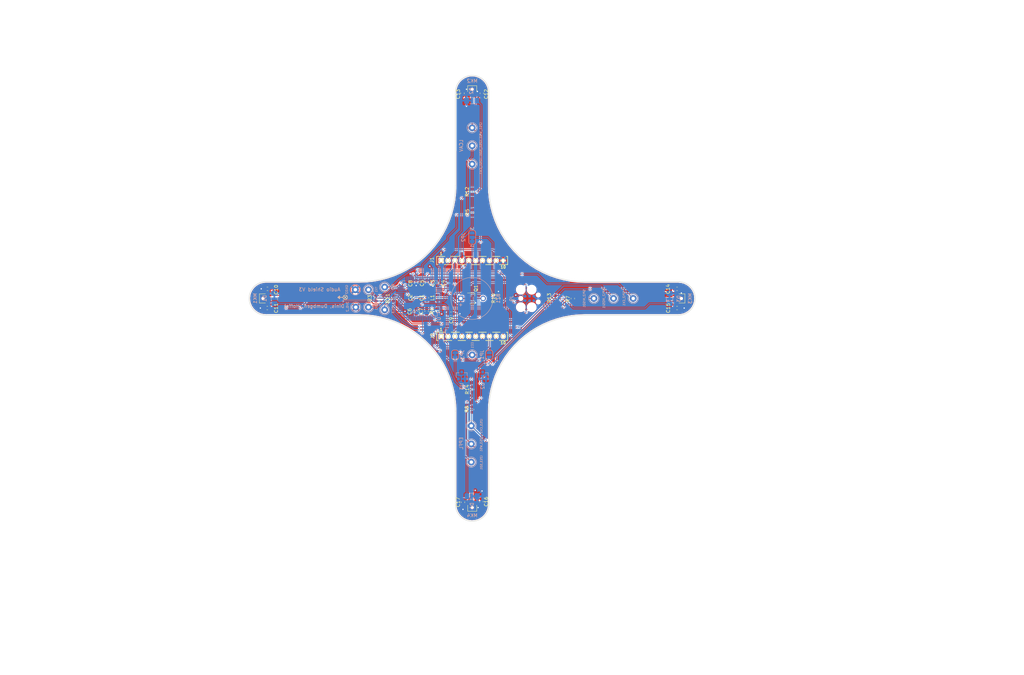
<source format=kicad_pcb>
(kicad_pcb (version 20171130) (host pcbnew "(5.1.6-0-10_14)")
  (title_block (title "Crazyflie 2.0 expansion template") (date "20 okt 2014") (rev A) (company "Bitcraze AB") (comment 1 "Licensed under CC-BY 4.0"))
  (layers (0 F.Cu signal) (31 B.Cu signal) (34 B.Paste user hide) (35 F.Paste user) (36 B.SilkS user hide) (37 F.SilkS user) (38 B.Mask user hide) (39 F.Mask user) (44 Edge.Cuts user))
  (net 0 "")
  (net 1 +3V0)
  (net 2 "Net-(C1-Pad1)")
  (net 3 /RX1)
  (net 4 "Net-(J1-Pad8)")
  (net 5 /TX1)
  (net 6 "Net-(J1-Pad7)")
  (net 7 "Net-(J1-Pad6)")
  (net 8 "Net-(J2-Pad2)")
  (net 9 "Net-(J2-Pad6)")
  (net 10 "Net-(J2-Pad10)")
  (net 11 "Net-(J2-Pad7)")
  (net 12 "Net-(J2-Pad9)")
  (net 13 /SWDIO)
  (net 14 /nRESET)
  (net 15 /SWCLK)
  (net 16 "Net-(R1-Pad1)")
  (net 17 GND)
  (net 18 /SPI2_MISO)
  (net 19 /I2S1_SD)
  (net 20 /I2S1_CK)
  (net 21 /I2S1_WS)
  (net 22 /I2S3_SD)
  (net 23 /I2S3_CK)
  (net 24 /I2S3_WS)
  (net 25 "Net-(MK1-Pad6)")
  (net 26 "Net-(MK2-Pad6)")
  (net 27 "Net-(MK3-Pad6)")
  (net 28 "Net-(MK4-Pad6)")
  (net 29 /SPI2_NSS)
  (net 30 /SPI2_MOSI)
  (net 31 /SPI2_CK)
  (net 32 /PA2)
  (net 33 /PC3)
  (net 34 /EEPROM)
  (net 35 "Net-(C3-Pad1)")
  (net 36 "Net-(J1-Pad4)")
  (net 37 "Net-(J1-Pad5)")
  (net 38 "Net-(BZ1-Pad2)")
  (net 39 /CF_Buzzer)
  (net 40 "Net-(JP1-Pad2)")
  (net 41 /AD_Buzzer)
  (net 42 "Net-(JP2-Pad2)")
  (net 43 "Net-(JP3-Pad2)")
  (net 44 /LED3)
  (net 45 /LED1)
  (net 46 /LED2)
  (net 47 /LED4)
  (net 48 "Net-(D1-Pad2)")
  (net 49 "Net-(D2-Pad2)")
  (net 50 "Net-(D3-Pad2)")
  (net 51 "Net-(D4-Pad2)")
  (module Capacitor_SMD:C_0603_1608Metric (layer F.Cu) (at 125.857 96.7741 270)
    (fp_text reference C1 (at 0.0255 1.524 90) (layer F.SilkS))
    (fp_text value 100n)
    (pad 2 smd roundrect (at 0.7875 0 270) (size 0.875 0.95) (layers F.Cu F.Paste F.Mask) (net 17 GND))
    (pad 1 smd roundrect (at -0.7875 0 270) (size 0.875 0.95) (layers F.Cu F.Paste F.Mask) (net 2 "Net-(C1-Pad1)"))
  )
  (module audio_shield:BF090-10-X-B1 (layer F.Cu) (at 139 86)
    (fp_text reference J1 (at -11.6825 -0.1734 270) (layer F.SilkS))
    (fp_text value CONN_10_LEFT)
    (fp_text user 1 (at -9 -2 180) (layer F.SilkS) (effects (font (size 0.8 0.8) (thickness 0.2))))
    (fp_text user 10 (at 9 1.9 180) (layer F.SilkS) (effects (font (size 0.8 0.8) (thickness 0.2))))
    (pad 9 smd circle (at 7 0 180) (size 1.05 1.05) (layers F.Cu F.Mask) (net 29 /SPI2_NSS))
    (pad 8 smd circle (at 5 0 180) (size 1.05 1.05) (layers F.Cu F.Mask) (net 4 "Net-(J1-Pad8)"))
    (pad 10 smd circle (at 9 0 180) (size 1.05 1.05) (layers F.Cu F.Mask) (net 17 GND))
    (pad 7 smd circle (at 3 0 180) (size 1.05 1.05) (layers F.Cu F.Mask) (net 6 "Net-(J1-Pad7)"))
    (pad 5 smd rect (at -1 1.6 180) (size 1 1.6) (layers F.Cu F.Paste F.Mask) (net 37 "Net-(J1-Pad5)"))
    (pad 9 smd rect (at 7 1.6 180) (size 1 1.6) (layers F.Cu F.Paste F.Mask) (net 29 /SPI2_NSS))
    (pad 4 thru_hole circle (at -3 0 180) (size 1.15 1.15) (drill 0.8) (layers *.Cu F.SilkS B.Mask) (net 36 "Net-(J1-Pad4)"))
    (pad 7 thru_hole circle (at 3 0 180) (size 1.15 1.15) (drill 0.8) (layers *.Cu F.SilkS B.Mask) (net 6 "Net-(J1-Pad7)"))
    (pad 8 thru_hole circle (at 5 0 180) (size 1.15 1.15) (drill 0.8) (layers *.Cu F.SilkS B.Mask) (net 4 "Net-(J1-Pad8)"))
    (pad 10 thru_hole circle (at 9 0 180) (size 1.15 1.15) (drill 0.8) (layers *.Cu F.SilkS B.Mask) (net 17 GND))
    (pad 6 smd rect (at 1 -1.6 180) (size 1 1.6) (layers F.Cu F.Paste F.Mask) (net 7 "Net-(J1-Pad6)"))
    (pad 6 thru_hole circle (at 1 0 180) (size 1.15 1.15) (drill 0.8) (layers *.Cu F.SilkS B.Mask) (net 7 "Net-(J1-Pad6)"))
    (pad 3 thru_hole circle (at -5 0 180) (size 1.15 1.15) (drill 0.8) (layers *.Cu F.SilkS B.Mask) (net 5 /TX1))
    (pad 1 thru_hole rect (at -9 0 180) (size 1.15 1.15) (drill 0.8) (layers *.Cu F.SilkS B.Mask) (net 1 +3V0))
    (pad 3 smd rect (at -5 1.6 180) (size 1 1.6) (layers F.Cu F.Paste F.Mask) (net 5 /TX1))
    (pad 5 thru_hole circle (at -1 0 180) (size 1.15 1.15) (drill 0.8) (layers *.Cu F.SilkS B.Mask) (net 37 "Net-(J1-Pad5)"))
    (pad 2 thru_hole circle (at -7 0 180) (size 1.15 1.15) (drill 0.8) (layers *.Cu F.SilkS B.Mask) (net 3 /RX1))
    (pad 7 smd rect (at 3 1.6 180) (size 1 1.6) (layers F.Cu F.Paste F.Mask) (net 6 "Net-(J1-Pad7)"))
    (pad 9 thru_hole circle (at 7 0 180) (size 1.15 1.15) (drill 0.8) (layers *.Cu F.SilkS B.Mask) (net 29 /SPI2_NSS))
    (pad 2 smd circle (at -7 0 180) (size 1.05 1.05) (layers F.Cu F.Mask) (net 3 /RX1))
    (pad 4 smd rect (at -3 -1.6 180) (size 1 1.6) (layers F.Cu F.Paste F.Mask) (net 36 "Net-(J1-Pad4)"))
    (pad 2 smd rect (at -7 -1.6 180) (size 1 1.6) (layers F.Cu F.Paste F.Mask) (net 3 /RX1))
    (pad 8 smd rect (at 5 -1.6 180) (size 1 1.6) (layers F.Cu F.Paste F.Mask) (net 4 "Net-(J1-Pad8)"))
    (pad 6 smd circle (at 1 0 180) (size 1.05 1.05) (layers F.Cu F.Mask) (net 7 "Net-(J1-Pad6)"))
    (pad 10 smd rect (at 9 -1.6 180) (size 1 1.6) (layers F.Cu F.Paste F.Mask) (net 17 GND))
    (pad 5 smd circle (at -1 0 180) (size 1.05 1.05) (layers F.Cu F.Mask) (net 37 "Net-(J1-Pad5)"))
    (pad 4 smd circle (at -3 0 180) (size 1.05 1.05) (layers F.Cu F.Mask) (net 36 "Net-(J1-Pad4)"))
    (pad 1 smd rect (at -9 1.6 180) (size 1 1.6) (layers F.Cu F.Paste F.Mask) (net 1 +3V0))
    (pad 3 smd circle (at -5 0 180) (size 1.05 1.05) (layers F.Cu F.Mask) (net 5 /TX1))
    (pad 1 smd circle (at -9 0 180) (size 1.05 1.05) (layers F.Cu F.Mask) (net 1 +3V0))
  )
  (module Buzzer_Beeper:MagneticBuzzer_ProSignal_ABT-410-RC (layer B.Cu) (at 135.6765 97.0026)
    (fp_text reference BZ1 (at 10.8815 0 90) (layer B.SilkS) (effects (justify mirror)))
    (fp_text value KXG1201B)
    (fp_text user + (at 0 1.8) (layer B.SilkS) (effects (justify mirror)))
    (pad 1 thru_hole rect (at 0 0) (size 1.6 1.6) (drill 1) (layers *.Cu *.Mask) (net 1 +3V0))
    (pad 2 thru_hole circle (at 6.5 0) (size 1.6 1.6) (drill 1) (layers *.Cu *.Mask) (net 38 "Net-(BZ1-Pad2)"))
  )
  (module Resistor_SMD:R_0603_1608Metric (layer F.Cu) (at 168.2115 97.0281 270)
    (fp_text reference R7 (at 0.1525 1.397 270) (layer F.SilkS))
    (fp_text value 68)
    (pad 2 smd roundrect (at 0.7875 0 270) (size 0.875 0.95) (layers F.Cu F.Paste F.Mask) (net 19 /I2S1_SD))
    (pad 1 smd roundrect (at -0.7875 0 270) (size 0.875 0.95) (layers F.Cu F.Paste F.Mask) (net 27 "Net-(MK3-Pad6)"))
  )
  (module Package_QFP:LQFP-64_10x10mm_P0.5mm (layer B.Cu) (at 123.801 97.0026)
    (fp_text reference U1 (at 5.5485 6.35 90) (layer B.SilkS) (effects (justify mirror)))
    (fp_text value STM32F446RETx)
    (pad 64 smd roundrect (at -3.75 5.675) (size 0.3 1.55) (layers B.Cu B.Paste B.Mask) (net 1 +3V0))
    (pad 63 smd roundrect (at -3.25 5.675) (size 0.3 1.55) (layers B.Cu B.Paste B.Mask) (net 17 GND))
    (pad 62 smd roundrect (at -2.75 5.675) (size 0.3 1.55) (layers B.Cu B.Paste B.Mask))
    (pad 61 smd roundrect (at -2.25 5.675) (size 0.3 1.55) (layers B.Cu B.Paste B.Mask))
    (pad 60 smd roundrect (at -1.75 5.675) (size 0.3 1.55) (layers B.Cu B.Paste B.Mask) (net 16 "Net-(R1-Pad1)"))
    (pad 59 smd roundrect (at -1.25 5.675) (size 0.3 1.55) (layers B.Cu B.Paste B.Mask))
    (pad 58 smd roundrect (at -0.75 5.675) (size 0.3 1.55) (layers B.Cu B.Paste B.Mask))
    (pad 57 smd roundrect (at -0.25 5.675) (size 0.3 1.55) (layers B.Cu B.Paste B.Mask))
    (pad 56 smd roundrect (at 0.25 5.675) (size 0.3 1.55) (layers B.Cu B.Paste B.Mask))
    (pad 55 smd roundrect (at 0.75 5.675) (size 0.3 1.55) (layers B.Cu B.Paste B.Mask) (net 20 /I2S1_CK))
    (pad 54 smd roundrect (at 1.25 5.675) (size 0.3 1.55) (layers B.Cu B.Paste B.Mask))
    (pad 53 smd roundrect (at 1.75 5.675) (size 0.3 1.55) (layers B.Cu B.Paste B.Mask))
    (pad 52 smd roundrect (at 2.25 5.675) (size 0.3 1.55) (layers B.Cu B.Paste B.Mask))
    (pad 51 smd roundrect (at 2.75 5.675) (size 0.3 1.55) (layers B.Cu B.Paste B.Mask) (net 23 /I2S3_CK))
    (pad 50 smd roundrect (at 3.25 5.675) (size 0.3 1.55) (layers B.Cu B.Paste B.Mask) (net 24 /I2S3_WS))
    (pad 49 smd roundrect (at 3.75 5.675) (size 0.3 1.55) (layers B.Cu B.Paste B.Mask) (net 15 /SWCLK))
    (pad 48 smd roundrect (at 5.675 3.75) (size 1.55 0.3) (layers B.Cu B.Paste B.Mask) (net 1 +3V0))
    (pad 47 smd roundrect (at 5.675 3.25) (size 1.55 0.3) (layers B.Cu B.Paste B.Mask) (net 17 GND))
    (pad 46 smd roundrect (at 5.675 2.75) (size 1.55 0.3) (layers B.Cu B.Paste B.Mask) (net 13 /SWDIO))
    (pad 45 smd roundrect (at 5.675 2.25) (size 1.55 0.3) (layers B.Cu B.Paste B.Mask))
    (pad 44 smd roundrect (at 5.675 1.75) (size 1.55 0.3) (layers B.Cu B.Paste B.Mask) (net 47 /LED4))
    (pad 43 smd roundrect (at 5.675 1.25) (size 1.55 0.3) (layers B.Cu B.Paste B.Mask) (net 44 /LED3))
    (pad 42 smd roundrect (at 5.675 0.75) (size 1.55 0.3) (layers B.Cu B.Paste B.Mask) (net 46 /LED2))
    (pad 41 smd roundrect (at 5.675 0.25) (size 1.55 0.3) (layers B.Cu B.Paste B.Mask) (net 45 /LED1))
    (pad 40 smd roundrect (at 5.675 -0.25) (size 1.55 0.3) (layers B.Cu B.Paste B.Mask))
    (pad 39 smd roundrect (at 5.675 -0.75) (size 1.55 0.3) (layers B.Cu B.Paste B.Mask))
    (pad 38 smd roundrect (at 5.675 -1.25) (size 1.55 0.3) (layers B.Cu B.Paste B.Mask))
    (pad 37 smd roundrect (at 5.675 -1.75) (size 1.55 0.3) (layers B.Cu B.Paste B.Mask))
    (pad 36 smd roundrect (at 5.675 -2.25) (size 1.55 0.3) (layers B.Cu B.Paste B.Mask))
    (pad 35 smd roundrect (at 5.675 -2.75) (size 1.55 0.3) (layers B.Cu B.Paste B.Mask))
    (pad 34 smd roundrect (at 5.675 -3.25) (size 1.55 0.3) (layers B.Cu B.Paste B.Mask))
    (pad 33 smd roundrect (at 5.675 -3.75) (size 1.55 0.3) (layers B.Cu B.Paste B.Mask) (net 29 /SPI2_NSS))
    (pad 32 smd roundrect (at 3.75 -5.675) (size 0.3 1.55) (layers B.Cu B.Paste B.Mask) (net 1 +3V0))
    (pad 31 smd roundrect (at 3.25 -5.675) (size 0.3 1.55) (layers B.Cu B.Paste B.Mask) (net 17 GND))
    (pad 30 smd roundrect (at 2.75 -5.675) (size 0.3 1.55) (layers B.Cu B.Paste B.Mask) (net 35 "Net-(C3-Pad1)"))
    (pad 29 smd roundrect (at 2.25 -5.675) (size 0.3 1.55) (layers B.Cu B.Paste B.Mask) (net 31 /SPI2_CK))
    (pad 28 smd roundrect (at 1.75 -5.675) (size 0.3 1.55) (layers B.Cu B.Paste B.Mask))
    (pad 27 smd roundrect (at 1.25 -5.675) (size 0.3 1.55) (layers B.Cu B.Paste B.Mask))
    (pad 26 smd roundrect (at 0.75 -5.675) (size 0.3 1.55) (layers B.Cu B.Paste B.Mask) (net 22 /I2S3_SD))
    (pad 25 smd roundrect (at 0.25 -5.675) (size 0.3 1.55) (layers B.Cu B.Paste B.Mask))
    (pad 24 smd roundrect (at -0.25 -5.675) (size 0.3 1.55) (layers B.Cu B.Paste B.Mask))
    (pad 23 smd roundrect (at -0.75 -5.675) (size 0.3 1.55) (layers B.Cu B.Paste B.Mask) (net 19 /I2S1_SD))
    (pad 22 smd roundrect (at -1.25 -5.675) (size 0.3 1.55) (layers B.Cu B.Paste B.Mask) (net 41 /AD_Buzzer))
    (pad 21 smd roundrect (at -1.75 -5.675) (size 0.3 1.55) (layers B.Cu B.Paste B.Mask))
    (pad 20 smd roundrect (at -2.25 -5.675) (size 0.3 1.55) (layers B.Cu B.Paste B.Mask) (net 21 /I2S1_WS))
    (pad 19 smd roundrect (at -2.75 -5.675) (size 0.3 1.55) (layers B.Cu B.Paste B.Mask) (net 1 +3V0))
    (pad 18 smd roundrect (at -3.25 -5.675) (size 0.3 1.55) (layers B.Cu B.Paste B.Mask) (net 17 GND))
    (pad 17 smd roundrect (at -3.75 -5.675) (size 0.3 1.55) (layers B.Cu B.Paste B.Mask))
    (pad 16 smd roundrect (at -5.675 -3.75) (size 1.55 0.3) (layers B.Cu B.Paste B.Mask) (net 32 /PA2))
    (pad 15 smd roundrect (at -5.675 -3.25) (size 1.55 0.3) (layers B.Cu B.Paste B.Mask) (net 5 /TX1))
    (pad 14 smd roundrect (at -5.675 -2.75) (size 1.55 0.3) (layers B.Cu B.Paste B.Mask) (net 3 /RX1))
    (pad 13 smd roundrect (at -5.675 -2.25) (size 1.55 0.3) (layers B.Cu B.Paste B.Mask) (net 2 "Net-(C1-Pad1)"))
    (pad 12 smd roundrect (at -5.675 -1.75) (size 1.55 0.3) (layers B.Cu B.Paste B.Mask) (net 17 GND))
    (pad 11 smd roundrect (at -5.675 -1.25) (size 1.55 0.3) (layers B.Cu B.Paste B.Mask) (net 33 /PC3))
    (pad 10 smd roundrect (at -5.675 -0.75) (size 1.55 0.3) (layers B.Cu B.Paste B.Mask) (net 18 /SPI2_MISO))
    (pad 9 smd roundrect (at -5.675 -0.25) (size 1.55 0.3) (layers B.Cu B.Paste B.Mask) (net 30 /SPI2_MOSI))
    (pad 8 smd roundrect (at -5.675 0.25) (size 1.55 0.3) (layers B.Cu B.Paste B.Mask))
    (pad 7 smd roundrect (at -5.675 0.75) (size 1.55 0.3) (layers B.Cu B.Paste B.Mask) (net 14 /nRESET))
    (pad 6 smd roundrect (at -5.675 1.25) (size 1.55 0.3) (layers B.Cu B.Paste B.Mask))
    (pad 5 smd roundrect (at -5.675 1.75) (size 1.55 0.3) (layers B.Cu B.Paste B.Mask))
    (pad 4 smd roundrect (at -5.675 2.25) (size 1.55 0.3) (layers B.Cu B.Paste B.Mask))
    (pad 3 smd roundrect (at -5.675 2.75) (size 1.55 0.3) (layers B.Cu B.Paste B.Mask))
    (pad 2 smd roundrect (at -5.675 3.25) (size 1.55 0.3) (layers B.Cu B.Paste B.Mask))
    (pad 1 smd roundrect (at -5.675 3.75) (size 1.55 0.3) (layers B.Cu B.Paste B.Mask) (net 1 +3V0))
  )
  (module audio_shield:MIC_SPH0645LM4H-B (layer F.Cu) (at 139.0185 157.7086)
    (fp_text reference MK4 (at -0.017 2.286 180) (layer B.SilkS) (effects (justify mirror)))
    (fp_text value SPH0645LM4H-B)
    (fp_poly (pts (xy -0.01 -0.51) (xy -0.01 -0.81) (xy -0.056608 -0.808926) (xy -0.098102 -0.805661) (xy -0.139368 -0.800228) (xy -0.180293 -0.792643) (xy -0.220765 -0.782926) (xy -0.260673 -0.771105) (xy -0.299908 -0.757211) (xy -0.338362 -0.741283) (xy -0.37593 -0.723364) (xy -0.412508 -0.703504) (xy -0.447997 -0.681756) (xy -0.482299 -0.658181) (xy -0.51532 -0.632843) (xy -0.546969 -0.605812) (xy -0.577161 -0.577161) (xy -0.605812 -0.546969) (xy -0.632843 -0.51532) (xy -0.658181 -0.482299) (xy -0.681756 -0.447997) (xy -0.703504 -0.412508) (xy -0.723364 -0.37593) (xy -0.741283 -0.338362) (xy -0.757211 -0.299908) (xy -0.771105 -0.260673) (xy -0.782926 -0.220765) (xy -0.792643 -0.180293) (xy -0.800228 -0.139368) (xy -0.805661 -0.098102) (xy -0.808926 -0.056608) (xy -0.81 -0.02) (xy -0.808863 0.023439) (xy -0.805453 0.066759) (xy -0.799781 0.109841) (xy -0.791863 0.152567) (xy -0.781718 0.19482) (xy -0.769377 0.236484) (xy -0.754872 0.277445) (xy -0.738243 0.317591) (xy -0.719535 0.356812) (xy -0.698801 0.395) (xy -0.676097 0.43205) (xy -0.651484 0.467862) (xy -0.625031 0.502336) (xy -0.59681 0.535378) (xy -0.566899 0.566899) (xy -0.535378 0.59681) (xy -0.502336 0.625031) (xy -0.467862 0.651484) (xy -0.43205 0.676097) (xy -0.395 0.698801) (xy -0.356812 0.719535) (xy -0.317591 0.738243) (xy -0.277445 0.754872) (xy -0.236484 0.769377) (xy -0.19482 0.781718) (xy -0.152567 0.791863) (xy -0.109841 0.799781) (xy -0.066759 0.805453) (xy -0.023439 0.808863) (xy 0.02 0.81) (xy 0.03 0.81) (xy 0.070822 0.808931) (xy 0.111532 0.805727) (xy 0.152019 0.800397) (xy 0.192171 0.792955) (xy 0.231879 0.783422) (xy 0.271033 0.771824) (xy 0.309527 0.758193) (xy 0.347255 0.742565) (xy 0.384113 0.724985) (xy 0.42 0.7055) (xy 0.454818 0.684163) (xy 0.488472 0.661033) (xy 0.52087 0.636174) (xy 0.551922 0.609653) (xy 0.581543 0.581543) (xy 0.609653 0.551922) (xy 0.636174 0.52087) (xy 0.661033 0.488472) (xy 0.684163 0.454818) (xy 0.7055 0.42) (xy 0.724985 0.384113) (xy 0.742565 0.347255) (xy 0.758193 0.309527) (xy 0.771824 0.271033) (xy 0.783422 0.231879) (xy 0.792955 0.192171) (xy 0.800397 0.152019) (xy 0.805727 0.111532) (xy 0.808931 0.070822) (xy 0.81 0.03) (xy 0.81 0) (xy 0.80889 -0.042392) (xy 0.805563 -0.084668) (xy 0.800028 -0.126712) (xy 0.7923 -0.168408) (xy 0.7824 -0.209643) (xy 0.770356 -0.250304) (xy 0.7562 -0.290278) (xy 0.739972 -0.329457) (xy 0.721715 -0.367732) (xy 0.701481 -0.405) (xy 0.679323 -0.441158) (xy 0.655304 -0.476106) (xy 0.629488 -0.50975) (xy 0.601947 -0.541996) (xy 0.572756 -0.572756) (xy 0.541996 -0.601947) (xy 0.50975 -0.629488) (xy 0.476106 -0.655304) (xy 0.441158 -0.679323) (xy 0.405 -0.701481) (xy 0.367732 -0.721715) (xy 0.329457 -0.739972) (xy 0.290278 -0.7562) (xy 0.250304 -0.770356) (xy 0.209643 -0.7824) (xy 0.168408 -0.7923) (xy 0.126712 -0.800028) (xy 0.084668 -0.805563) (xy 0.042392 -0.80889) (xy 0 -0.81) (xy 0 -0.51) (xy 0.022625 -0.509717) (xy 0.049016 -0.508103) (xy 0.075286 -0.50511) (xy 0.101363 -0.500746) (xy 0.127177 -0.495023) (xy 0.152655 -0.487958) (xy 0.177729 -0.479568) (xy 0.202329 -0.469878) (xy 0.226388 -0.458913) (xy 0.249841 -0.446705) (xy 0.272622 -0.433285) (xy 0.29467 -0.418692) (xy 0.315924 -0.402965) (xy 0.336326 -0.386147) (xy 0.35582 -0.368284) (xy 0.374352 -0.349426) (xy 0.391871 -0.329624) (xy 0.408331 -0.308931) (xy 0.423684 -0.287406) (xy 0.437891 -0.265107) (xy 0.45091 -0.242095) (xy 0.462708 -0.218433) (xy 0.473251 -0.194186) (xy 0.48251 -0.16942) (xy 0.490461 -0.144204) (xy 0.497081 -0.118606) (xy 0.502352 -0.092697) (xy 0.50626 -0.066547) (xy 0.508795 -0.040229) (xy 0.51 -0.01) (xy 0.509287 0.017215) (xy 0.507151 0.044355) (xy 0.503598 0.071346) (xy 0.498637 0.098114) (xy 0.492281 0.124586) (xy 0.484549 0.150689) (xy 0.475462 0.176351) (xy 0.465044 0.201503) (xy 0.453323 0.226075) (xy 0.440333 0.25) (xy 0.426109 0.273212) (xy 0.410689 0.295648) (xy 0.394116 0.317247) (xy 0.376435 0.337948) (xy 0.357696 0.357696) (xy 0.337948 0.376435) (xy 0.317247 0.394116) (xy 0.295648 0.410689) (xy 0.273212 0.426109) (xy 0.25 0.440333) (xy 0.226075 0.453323) (xy 0.201503 0.465044) (xy 0.176351 0.475462) (xy 0.150689 0.484549) (xy 0.124586 0.492281) (xy 0.098114 0.498637) (xy 0.071346 0.503598) (xy 0.044355 0.507151) (xy 0.017215 0.509287) (xy -0.01 0.51) (xy -0.02 0.51) (xy -0.045645 0.509328) (xy -0.071219 0.507316) (xy -0.096653 0.503967) (xy -0.121877 0.499292) (xy -0.146821 0.493304) (xy -0.171418 0.486018) (xy -0.1956 0.477454) (xy -0.219301 0.467637) (xy -0.242455 0.456593) (xy -0.265 0.444352) (xy -0.286873 0.430949) (xy -0.308015 0.416418) (xy -0.328367 0.400802) (xy -0.347874 0.384141) (xy -0.366482 0.366482) (xy -0.384141 0.347874) (xy -0.400802 0.328367) (xy -0.416418 0.308015) (xy -0.430949 0.286873) (xy -0.444352 0.265) (xy -0.456593 0.242455) (xy -0.467637 0.219301) (xy -0.477454 0.1956) (xy -0.486018 0.171418) (xy -0.493304 0.146821) (xy -0.499292 0.121877) (xy -0.503967 0.096653) (xy -0.507316 0.071219) (xy -0.509328 0.045645) (xy -0.51 0.02) (xy -0.51 -0.01) (xy -0.509315 -0.036168) (xy -0.507261 -0.062264) (xy -0.503844 -0.088217) (xy -0.499074 -0.113956) (xy -0.492963 -0.13941) (xy -0.485528 -0.164508) (xy -0.47679 -0.189184) (xy -0.466773 -0.213368) (xy -0.455503 -0.236995) (xy -0.443013 -0.26) (xy -0.429335 -0.28232) (xy -0.414508 -0.303893) (xy -0.398573 -0.32466) (xy -0.381572 -0.344565) (xy -0.363553 -0.363553) (xy -0.344565 -0.381572) (xy -0.32466 -0.398573) (xy -0.303893 -0.414508) (xy -0.28232 -0.429335) (xy -0.26 -0.443013) (xy -0.236995 -0.455503) (xy -0.213368 -0.466773) (xy -0.189184 -0.47679) (xy -0.164508 -0.485528) (xy -0.13941 -0.492963) (xy -0.113956 -0.499074) (xy -0.088217 -0.503844) (xy -0.062264 -0.507261) (xy -0.036168 -0.509315) (xy -0.01 -0.51)) (layer F.Cu) (width 0.001))
    (pad None np_thru_hole circle (at 0 0) (size 0.5 0.5) (drill 0.5) (layers *.Cu *.Mask))
    (pad 3 smd rect (at 0.65 -0.02) (size 0.1 0.1) (layers F.Cu) (net 17 GND))
    (pad 4 smd rect (at 0.9 -1.252) (size 0.6 0.522) (layers F.Cu F.Paste F.Mask) (net 20 /I2S1_CK))
    (pad 5 smd rect (at 0.9 -2.074) (size 0.6 0.522) (layers F.Cu F.Paste F.Mask) (net 1 +3V0))
    (pad 6 smd rect (at 0 -2.074) (size 0.6 0.522) (layers F.Cu F.Paste F.Mask) (net 28 "Net-(MK4-Pad6)"))
    (pad 1 smd rect (at -0.9 -2.074) (size 0.6 0.522) (layers F.Cu F.Paste F.Mask) (net 21 /I2S1_WS))
    (pad 2 smd rect (at -0.9 -1.252) (size 0.6 0.522) (layers F.Cu F.Paste F.Mask) (net 17 GND))
  )
  (module Package_TO_SOT_SMD:SOT-23 (layer F.Cu) (at 139.0175 97.0026)
    (fp_text reference Q1 (at 1.077 -2.937 90) (layer F.SilkS))
    (fp_text value BS170F)
    (pad 1 smd rect (at -1 -0.95) (size 0.9 0.8) (layers F.Cu F.Paste F.Mask) (net 42 "Net-(JP2-Pad2)"))
    (pad 2 smd rect (at -1 0.95) (size 0.9 0.8) (layers F.Cu F.Paste F.Mask) (net 17 GND))
    (pad 3 smd rect (at 1 0) (size 0.9 0.8) (layers F.Cu F.Paste F.Mask) (net 38 "Net-(BZ1-Pad2)"))
  )
  (module audio_shield:TestPoint_Loop_D2.50mm_Drill1.0mm_LowProfile (layer B.Cu) (at 113.6015 93.7006 270)
    (fp_text reference PA2 (at -0.0635 -2.4765 270) (layer B.SilkS) (effects (font (size 0.66 0.66) (thickness 0.1)) (justify mirror)))
    (fp_text value TestPoint)
    (pad 1 thru_hole circle (at 0 0 270) (size 2 2) (drill 1) (layers *.Cu *.Mask) (net 32 /PA2))
  )
  (module Resistor_SMD:R_0603_1608Metric (layer F.Cu) (at 128.9685 100.7111 270)
    (fp_text reference R1 (at -0.1525 1.651 270) (layer F.SilkS))
    (fp_text value 10k)
    (pad 2 smd roundrect (at 0.7875 0 270) (size 0.875 0.95) (layers F.Cu F.Paste F.Mask) (net 17 GND))
    (pad 1 smd roundrect (at -0.7875 0 270) (size 0.875 0.95) (layers F.Cu F.Paste F.Mask) (net 16 "Net-(R1-Pad1)"))
  )
  (module Capacitor_SMD:C_0603_1608Metric (layer F.Cu) (at 122.7455 92.5321 270)
    (fp_text reference C8 (at 0.1015 1.651 270) (layer F.SilkS))
    (fp_text value 100n)
    (pad 2 smd roundrect (at 0.7875 0 270) (size 0.875 0.95) (layers F.Cu F.Paste F.Mask) (net 17 GND))
    (pad 1 smd roundrect (at -0.7875 0 270) (size 0.875 0.95) (layers F.Cu F.Paste F.Mask) (net 1 +3V0))
  )
  (module audio_shield:TestPoint_Loop_D2.50mm_Drill1.0mm_LowProfile (layer B.Cu) (at 108.9025 94.4626 270)
    (fp_text reference TX1 (at -0.0635 -2.286 270) (layer B.SilkS) (effects (font (size 0.6 0.6) (thickness 0.1)) (justify mirror)))
    (fp_text value TestPoint)
    (pad 1 thru_hole circle (at 0 0 270) (size 2 2) (drill 1) (layers *.Cu *.Mask) (net 5 /TX1))
  )
  (module audio_shield:TestPoint_Loop_D2.50mm_Drill1.0mm_LowProfile (layer B.Cu) (at 180.0225 97.0026 270)
    (fp_text reference SPI2_MOSI1 (at 0 2.794 90) (layer B.SilkS) (effects (font (size 0.66 0.66) (thickness 0.1)) (justify mirror)))
    (fp_text value TestPoint)
    (pad 1 thru_hole circle (at 0 0 270) (size 2 2) (drill 1) (layers *.Cu *.Mask) (net 30 /SPI2_MOSI))
  )
  (module audio_shield:TestPoint_Loop_D2.50mm_Drill1.0mm_LowProfile (layer B.Cu) (at 174.3075 97.0026 270)
    (fp_text reference SPI2_MISO1 (at 0 2.794 270) (layer B.SilkS) (effects (font (size 0.6 0.6) (thickness 0.1)) (justify mirror)))
    (fp_text value TestPoint)
    (pad 1 thru_hole circle (at 0 0 270) (size 2 2) (drill 1) (layers *.Cu *.Mask) (net 18 /SPI2_MISO))
  )
  (module audio_shield:TestPoint_Loop_D2.50mm_Drill1.0mm_LowProfile (layer B.Cu) (at 185.7375 97.0026 270)
    (fp_text reference SPI2_CK1 (at 0 2.667 270) (layer B.SilkS) (effects (font (size 0.6 0.6) (thickness 0.1)) (justify mirror)))
    (fp_text value TestPoint)
    (pad 1 thru_hole circle (at 0 0 270) (size 2 2) (drill 1) (layers *.Cu *.Mask) (net 31 /SPI2_CK))
  )
  (module audio_shield:TestPoint_Loop_D2.50mm_Drill1.0mm_LowProfile (layer B.Cu) (at 108.9025 99.5426 270)
    (fp_text reference RX1 (at -0.0325 -2.286 270) (layer B.SilkS) (effects (font (size 0.6 0.6) (thickness 0.1)) (justify mirror)))
    (fp_text value TestPoint)
    (pad 1 thru_hole circle (at 0 0 270) (size 2 2) (drill 1) (layers *.Cu *.Mask) (net 3 /RX1))
  )
  (module audio_shield:MIC_SPH0645LM4H-B (layer F.Cu) (at 139.0015 36.2966 180)
    (fp_text reference MK2 (at 0 2.413) (layer B.SilkS) (effects (justify mirror)))
    (fp_text value SPH0645LM4H-B)
    (fp_poly (pts (xy -0.01 -0.51) (xy -0.01 -0.81) (xy -0.056608 -0.808926) (xy -0.098102 -0.805661) (xy -0.139368 -0.800228) (xy -0.180293 -0.792643) (xy -0.220765 -0.782926) (xy -0.260673 -0.771105) (xy -0.299908 -0.757211) (xy -0.338362 -0.741283) (xy -0.37593 -0.723364) (xy -0.412508 -0.703504) (xy -0.447997 -0.681756) (xy -0.482299 -0.658181) (xy -0.51532 -0.632843) (xy -0.546969 -0.605812) (xy -0.577161 -0.577161) (xy -0.605812 -0.546969) (xy -0.632843 -0.51532) (xy -0.658181 -0.482299) (xy -0.681756 -0.447997) (xy -0.703504 -0.412508) (xy -0.723364 -0.37593) (xy -0.741283 -0.338362) (xy -0.757211 -0.299908) (xy -0.771105 -0.260673) (xy -0.782926 -0.220765) (xy -0.792643 -0.180293) (xy -0.800228 -0.139368) (xy -0.805661 -0.098102) (xy -0.808926 -0.056608) (xy -0.81 -0.02) (xy -0.808863 0.023439) (xy -0.805453 0.066759) (xy -0.799781 0.109841) (xy -0.791863 0.152567) (xy -0.781718 0.19482) (xy -0.769377 0.236484) (xy -0.754872 0.277445) (xy -0.738243 0.317591) (xy -0.719535 0.356812) (xy -0.698801 0.395) (xy -0.676097 0.43205) (xy -0.651484 0.467862) (xy -0.625031 0.502336) (xy -0.59681 0.535378) (xy -0.566899 0.566899) (xy -0.535378 0.59681) (xy -0.502336 0.625031) (xy -0.467862 0.651484) (xy -0.43205 0.676097) (xy -0.395 0.698801) (xy -0.356812 0.719535) (xy -0.317591 0.738243) (xy -0.277445 0.754872) (xy -0.236484 0.769377) (xy -0.19482 0.781718) (xy -0.152567 0.791863) (xy -0.109841 0.799781) (xy -0.066759 0.805453) (xy -0.023439 0.808863) (xy 0.02 0.81) (xy 0.03 0.81) (xy 0.070822 0.808931) (xy 0.111532 0.805727) (xy 0.152019 0.800397) (xy 0.192171 0.792955) (xy 0.231879 0.783422) (xy 0.271033 0.771824) (xy 0.309527 0.758193) (xy 0.347255 0.742565) (xy 0.384113 0.724985) (xy 0.42 0.7055) (xy 0.454818 0.684163) (xy 0.488472 0.661033) (xy 0.52087 0.636174) (xy 0.551922 0.609653) (xy 0.581543 0.581543) (xy 0.609653 0.551922) (xy 0.636174 0.52087) (xy 0.661033 0.488472) (xy 0.684163 0.454818) (xy 0.7055 0.42) (xy 0.724985 0.384113) (xy 0.742565 0.347255) (xy 0.758193 0.309527) (xy 0.771824 0.271033) (xy 0.783422 0.231879) (xy 0.792955 0.192171) (xy 0.800397 0.152019) (xy 0.805727 0.111532) (xy 0.808931 0.070822) (xy 0.81 0.03) (xy 0.81 0) (xy 0.80889 -0.042392) (xy 0.805563 -0.084668) (xy 0.800028 -0.126712) (xy 0.7923 -0.168408) (xy 0.7824 -0.209643) (xy 0.770356 -0.250304) (xy 0.7562 -0.290278) (xy 0.739972 -0.329457) (xy 0.721715 -0.367732) (xy 0.701481 -0.405) (xy 0.679323 -0.441158) (xy 0.655304 -0.476106) (xy 0.629488 -0.50975) (xy 0.601947 -0.541996) (xy 0.572756 -0.572756) (xy 0.541996 -0.601947) (xy 0.50975 -0.629488) (xy 0.476106 -0.655304) (xy 0.441158 -0.679323) (xy 0.405 -0.701481) (xy 0.367732 -0.721715) (xy 0.329457 -0.739972) (xy 0.290278 -0.7562) (xy 0.250304 -0.770356) (xy 0.209643 -0.7824) (xy 0.168408 -0.7923) (xy 0.126712 -0.800028) (xy 0.084668 -0.805563) (xy 0.042392 -0.80889) (xy 0 -0.81) (xy 0 -0.51) (xy 0.022625 -0.509717) (xy 0.049016 -0.508103) (xy 0.075286 -0.50511) (xy 0.101363 -0.500746) (xy 0.127177 -0.495023) (xy 0.152655 -0.487958) (xy 0.177729 -0.479568) (xy 0.202329 -0.469878) (xy 0.226388 -0.458913) (xy 0.249841 -0.446705) (xy 0.272622 -0.433285) (xy 0.29467 -0.418692) (xy 0.315924 -0.402965) (xy 0.336326 -0.386147) (xy 0.35582 -0.368284) (xy 0.374352 -0.349426) (xy 0.391871 -0.329624) (xy 0.408331 -0.308931) (xy 0.423684 -0.287406) (xy 0.437891 -0.265107) (xy 0.45091 -0.242095) (xy 0.462708 -0.218433) (xy 0.473251 -0.194186) (xy 0.48251 -0.16942) (xy 0.490461 -0.144204) (xy 0.497081 -0.118606) (xy 0.502352 -0.092697) (xy 0.50626 -0.066547) (xy 0.508795 -0.040229) (xy 0.51 -0.01) (xy 0.509287 0.017215) (xy 0.507151 0.044355) (xy 0.503598 0.071346) (xy 0.498637 0.098114) (xy 0.492281 0.124586) (xy 0.484549 0.150689) (xy 0.475462 0.176351) (xy 0.465044 0.201503) (xy 0.453323 0.226075) (xy 0.440333 0.25) (xy 0.426109 0.273212) (xy 0.410689 0.295648) (xy 0.394116 0.317247) (xy 0.376435 0.337948) (xy 0.357696 0.357696) (xy 0.337948 0.376435) (xy 0.317247 0.394116) (xy 0.295648 0.410689) (xy 0.273212 0.426109) (xy 0.25 0.440333) (xy 0.226075 0.453323) (xy 0.201503 0.465044) (xy 0.176351 0.475462) (xy 0.150689 0.484549) (xy 0.124586 0.492281) (xy 0.098114 0.498637) (xy 0.071346 0.503598) (xy 0.044355 0.507151) (xy 0.017215 0.509287) (xy -0.01 0.51) (xy -0.02 0.51) (xy -0.045645 0.509328) (xy -0.071219 0.507316) (xy -0.096653 0.503967) (xy -0.121877 0.499292) (xy -0.146821 0.493304) (xy -0.171418 0.486018) (xy -0.1956 0.477454) (xy -0.219301 0.467637) (xy -0.242455 0.456593) (xy -0.265 0.444352) (xy -0.286873 0.430949) (xy -0.308015 0.416418) (xy -0.328367 0.400802) (xy -0.347874 0.384141) (xy -0.366482 0.366482) (xy -0.384141 0.347874) (xy -0.400802 0.328367) (xy -0.416418 0.308015) (xy -0.430949 0.286873) (xy -0.444352 0.265) (xy -0.456593 0.242455) (xy -0.467637 0.219301) (xy -0.477454 0.1956) (xy -0.486018 0.171418) (xy -0.493304 0.146821) (xy -0.499292 0.121877) (xy -0.503967 0.096653) (xy -0.507316 0.071219) (xy -0.509328 0.045645) (xy -0.51 0.02) (xy -0.51 -0.01) (xy -0.509315 -0.036168) (xy -0.507261 -0.062264) (xy -0.503844 -0.088217) (xy -0.499074 -0.113956) (xy -0.492963 -0.13941) (xy -0.485528 -0.164508) (xy -0.47679 -0.189184) (xy -0.466773 -0.213368) (xy -0.455503 -0.236995) (xy -0.443013 -0.26) (xy -0.429335 -0.28232) (xy -0.414508 -0.303893) (xy -0.398573 -0.32466) (xy -0.381572 -0.344565) (xy -0.363553 -0.363553) (xy -0.344565 -0.381572) (xy -0.32466 -0.398573) (xy -0.303893 -0.414508) (xy -0.28232 -0.429335) (xy -0.26 -0.443013) (xy -0.236995 -0.455503) (xy -0.213368 -0.466773) (xy -0.189184 -0.47679) (xy -0.164508 -0.485528) (xy -0.13941 -0.492963) (xy -0.113956 -0.499074) (xy -0.088217 -0.503844) (xy -0.062264 -0.507261) (xy -0.036168 -0.509315) (xy -0.01 -0.51)) (layer F.Cu) (width 0.001))
    (pad None np_thru_hole circle (at 0 0 180) (size 0.5 0.5) (drill 0.5) (layers *.Cu *.Mask))
    (pad 3 smd rect (at 0.65 -0.02 180) (size 0.1 0.1) (layers F.Cu) (net 17 GND))
    (pad 4 smd rect (at 0.9 -1.252 180) (size 0.6 0.522) (layers F.Cu F.Paste F.Mask) (net 23 /I2S3_CK))
    (pad 5 smd rect (at 0.9 -2.074 180) (size 0.6 0.522) (layers F.Cu F.Paste F.Mask) (net 1 +3V0))
    (pad 6 smd rect (at 0 -2.074 180) (size 0.6 0.522) (layers F.Cu F.Paste F.Mask) (net 26 "Net-(MK2-Pad6)"))
    (pad 1 smd rect (at -0.9 -2.074 180) (size 0.6 0.522) (layers F.Cu F.Paste F.Mask) (net 24 /I2S3_WS))
    (pad 2 smd rect (at -0.9 -1.252 180) (size 0.6 0.522) (layers F.Cu F.Paste F.Mask) (net 17 GND))
  )
  (module Resistor_SMD:R_0603_1608Metric (layer F.Cu) (at 139.0015 72.0851 270)
    (fp_text reference R5 (at -0.1015 1.397 90) (layer F.SilkS))
    (fp_text value 68)
    (pad 2 smd roundrect (at 0.7875 0 270) (size 0.875 0.95) (layers F.Cu F.Paste F.Mask) (net 22 /I2S3_SD))
    (pad 1 smd roundrect (at -0.7875 0 270) (size 0.875 0.95) (layers F.Cu F.Paste F.Mask) (net 26 "Net-(MK2-Pad6)"))
  )
  (module Capacitor_SMD:C_0603_1608Metric (layer F.Cu) (at 136.2075 37.4651 270)
    (fp_text reference C13 (at 0.2285 1.27 270) (layer F.SilkS))
    (fp_text value 100n)
    (pad 2 smd roundrect (at 0.7875 0 270) (size 0.875 0.95) (layers F.Cu F.Paste F.Mask) (net 1 +3V0))
    (pad 1 smd roundrect (at -0.7875 0 270) (size 0.875 0.95) (layers F.Cu F.Paste F.Mask) (net 17 GND))
  )
  (module Capacitor_SMD:C_0603_1608Metric (layer F.Cu) (at 141.7955 37.4651 270)
    (fp_text reference C12 (at 0.2285 -1.27 270) (layer F.SilkS))
    (fp_text value 220p)
    (pad 2 smd roundrect (at 0.7875 0 270) (size 0.875 0.95) (layers F.Cu F.Paste F.Mask) (net 1 +3V0))
    (pad 1 smd roundrect (at -0.7875 0 270) (size 0.875 0.95) (layers F.Cu F.Paste F.Mask) (net 17 GND))
  )
  (module Resistor_SMD:R_0603_1608Metric (layer F.Cu) (at 139.0015 129.2351 90)
    (fp_text reference R9 (at 0.127 -1.524 90) (layer F.SilkS))
    (fp_text value 68)
    (pad 2 smd roundrect (at 0.7875 0 90) (size 0.875 0.95) (layers F.Cu F.Paste F.Mask) (net 19 /I2S1_SD))
    (pad 1 smd roundrect (at -0.7875 0 90) (size 0.875 0.95) (layers F.Cu F.Paste F.Mask) (net 28 "Net-(MK4-Pad6)"))
  )
  (module Capacitor_SMD:C_0603_1608Metric (layer F.Cu) (at 136.3345 156.1591 90)
    (fp_text reference C17 (at 0.0255 -1.397 90) (layer F.SilkS))
    (fp_text value 100n)
    (pad 2 smd roundrect (at 0.7875 0 90) (size 0.875 0.95) (layers F.Cu F.Paste F.Mask) (net 1 +3V0))
    (pad 1 smd roundrect (at -0.7875 0 90) (size 0.875 0.95) (layers F.Cu F.Paste F.Mask) (net 17 GND))
  )
  (module Capacitor_SMD:C_0603_1608Metric (layer F.Cu) (at 141.6685 155.9561 90)
    (fp_text reference C16 (at 0 1.397 90) (layer F.SilkS))
    (fp_text value 220p)
    (pad 2 smd roundrect (at 0.7875 0 90) (size 0.875 0.95) (layers F.Cu F.Paste F.Mask) (net 1 +3V0))
    (pad 1 smd roundrect (at -0.7875 0 90) (size 0.875 0.95) (layers F.Cu F.Paste F.Mask) (net 17 GND))
  )
  (module Resistor_SMD:R_0603_1608Metric (layer F.Cu) (at 111.0615 96.9771 90)
    (fp_text reference R3 (at 0.0255 -1.778 270) (layer F.SilkS))
    (fp_text value 68)
    (pad 2 smd roundrect (at 0.7875 0 90) (size 0.875 0.95) (layers F.Cu F.Paste F.Mask) (net 22 /I2S3_SD))
    (pad 1 smd roundrect (at -0.7875 0 90) (size 0.875 0.95) (layers F.Cu F.Paste F.Mask) (net 25 "Net-(MK1-Pad6)"))
  )
  (module audio_shield:MIC_SPH0645LM4H-B (layer F.Cu) (at 78.2955 97.0026 270)
    (fp_text reference MK1 (at 0 2.286 270) (layer B.SilkS) (effects (justify mirror)))
    (fp_text value SPH0645LM4H-B)
    (fp_poly (pts (xy -0.01 -0.51) (xy -0.01 -0.81) (xy -0.056608 -0.808926) (xy -0.098102 -0.805661) (xy -0.139368 -0.800228) (xy -0.180293 -0.792643) (xy -0.220765 -0.782926) (xy -0.260673 -0.771105) (xy -0.299908 -0.757211) (xy -0.338362 -0.741283) (xy -0.37593 -0.723364) (xy -0.412508 -0.703504) (xy -0.447997 -0.681756) (xy -0.482299 -0.658181) (xy -0.51532 -0.632843) (xy -0.546969 -0.605812) (xy -0.577161 -0.577161) (xy -0.605812 -0.546969) (xy -0.632843 -0.51532) (xy -0.658181 -0.482299) (xy -0.681756 -0.447997) (xy -0.703504 -0.412508) (xy -0.723364 -0.37593) (xy -0.741283 -0.338362) (xy -0.757211 -0.299908) (xy -0.771105 -0.260673) (xy -0.782926 -0.220765) (xy -0.792643 -0.180293) (xy -0.800228 -0.139368) (xy -0.805661 -0.098102) (xy -0.808926 -0.056608) (xy -0.81 -0.02) (xy -0.808863 0.023439) (xy -0.805453 0.066759) (xy -0.799781 0.109841) (xy -0.791863 0.152567) (xy -0.781718 0.19482) (xy -0.769377 0.236484) (xy -0.754872 0.277445) (xy -0.738243 0.317591) (xy -0.719535 0.356812) (xy -0.698801 0.395) (xy -0.676097 0.43205) (xy -0.651484 0.467862) (xy -0.625031 0.502336) (xy -0.59681 0.535378) (xy -0.566899 0.566899) (xy -0.535378 0.59681) (xy -0.502336 0.625031) (xy -0.467862 0.651484) (xy -0.43205 0.676097) (xy -0.395 0.698801) (xy -0.356812 0.719535) (xy -0.317591 0.738243) (xy -0.277445 0.754872) (xy -0.236484 0.769377) (xy -0.19482 0.781718) (xy -0.152567 0.791863) (xy -0.109841 0.799781) (xy -0.066759 0.805453) (xy -0.023439 0.808863) (xy 0.02 0.81) (xy 0.03 0.81) (xy 0.070822 0.808931) (xy 0.111532 0.805727) (xy 0.152019 0.800397) (xy 0.192171 0.792955) (xy 0.231879 0.783422) (xy 0.271033 0.771824) (xy 0.309527 0.758193) (xy 0.347255 0.742565) (xy 0.384113 0.724985) (xy 0.42 0.7055) (xy 0.454818 0.684163) (xy 0.488472 0.661033) (xy 0.52087 0.636174) (xy 0.551922 0.609653) (xy 0.581543 0.581543) (xy 0.609653 0.551922) (xy 0.636174 0.52087) (xy 0.661033 0.488472) (xy 0.684163 0.454818) (xy 0.7055 0.42) (xy 0.724985 0.384113) (xy 0.742565 0.347255) (xy 0.758193 0.309527) (xy 0.771824 0.271033) (xy 0.783422 0.231879) (xy 0.792955 0.192171) (xy 0.800397 0.152019) (xy 0.805727 0.111532) (xy 0.808931 0.070822) (xy 0.81 0.03) (xy 0.81 0) (xy 0.80889 -0.042392) (xy 0.805563 -0.084668) (xy 0.800028 -0.126712) (xy 0.7923 -0.168408) (xy 0.7824 -0.209643) (xy 0.770356 -0.250304) (xy 0.7562 -0.290278) (xy 0.739972 -0.329457) (xy 0.721715 -0.367732) (xy 0.701481 -0.405) (xy 0.679323 -0.441158) (xy 0.655304 -0.476106) (xy 0.629488 -0.50975) (xy 0.601947 -0.541996) (xy 0.572756 -0.572756) (xy 0.541996 -0.601947) (xy 0.50975 -0.629488) (xy 0.476106 -0.655304) (xy 0.441158 -0.679323) (xy 0.405 -0.701481) (xy 0.367732 -0.721715) (xy 0.329457 -0.739972) (xy 0.290278 -0.7562) (xy 0.250304 -0.770356) (xy 0.209643 -0.7824) (xy 0.168408 -0.7923) (xy 0.126712 -0.800028) (xy 0.084668 -0.805563) (xy 0.042392 -0.80889) (xy 0 -0.81) (xy 0 -0.51) (xy 0.022625 -0.509717) (xy 0.049016 -0.508103) (xy 0.075286 -0.50511) (xy 0.101363 -0.500746) (xy 0.127177 -0.495023) (xy 0.152655 -0.487958) (xy 0.177729 -0.479568) (xy 0.202329 -0.469878) (xy 0.226388 -0.458913) (xy 0.249841 -0.446705) (xy 0.272622 -0.433285) (xy 0.29467 -0.418692) (xy 0.315924 -0.402965) (xy 0.336326 -0.386147) (xy 0.35582 -0.368284) (xy 0.374352 -0.349426) (xy 0.391871 -0.329624) (xy 0.408331 -0.308931) (xy 0.423684 -0.287406) (xy 0.437891 -0.265107) (xy 0.45091 -0.242095) (xy 0.462708 -0.218433) (xy 0.473251 -0.194186) (xy 0.48251 -0.16942) (xy 0.490461 -0.144204) (xy 0.497081 -0.118606) (xy 0.502352 -0.092697) (xy 0.50626 -0.066547) (xy 0.508795 -0.040229) (xy 0.51 -0.01) (xy 0.509287 0.017215) (xy 0.507151 0.044355) (xy 0.503598 0.071346) (xy 0.498637 0.098114) (xy 0.492281 0.124586) (xy 0.484549 0.150689) (xy 0.475462 0.176351) (xy 0.465044 0.201503) (xy 0.453323 0.226075) (xy 0.440333 0.25) (xy 0.426109 0.273212) (xy 0.410689 0.295648) (xy 0.394116 0.317247) (xy 0.376435 0.337948) (xy 0.357696 0.357696) (xy 0.337948 0.376435) (xy 0.317247 0.394116) (xy 0.295648 0.410689) (xy 0.273212 0.426109) (xy 0.25 0.440333) (xy 0.226075 0.453323) (xy 0.201503 0.465044) (xy 0.176351 0.475462) (xy 0.150689 0.484549) (xy 0.124586 0.492281) (xy 0.098114 0.498637) (xy 0.071346 0.503598) (xy 0.044355 0.507151) (xy 0.017215 0.509287) (xy -0.01 0.51) (xy -0.02 0.51) (xy -0.045645 0.509328) (xy -0.071219 0.507316) (xy -0.096653 0.503967) (xy -0.121877 0.499292) (xy -0.146821 0.493304) (xy -0.171418 0.486018) (xy -0.1956 0.477454) (xy -0.219301 0.467637) (xy -0.242455 0.456593) (xy -0.265 0.444352) (xy -0.286873 0.430949) (xy -0.308015 0.416418) (xy -0.328367 0.400802) (xy -0.347874 0.384141) (xy -0.366482 0.366482) (xy -0.384141 0.347874) (xy -0.400802 0.328367) (xy -0.416418 0.308015) (xy -0.430949 0.286873) (xy -0.444352 0.265) (xy -0.456593 0.242455) (xy -0.467637 0.219301) (xy -0.477454 0.1956) (xy -0.486018 0.171418) (xy -0.493304 0.146821) (xy -0.499292 0.121877) (xy -0.503967 0.096653) (xy -0.507316 0.071219) (xy -0.509328 0.045645) (xy -0.51 0.02) (xy -0.51 -0.01) (xy -0.509315 -0.036168) (xy -0.507261 -0.062264) (xy -0.503844 -0.088217) (xy -0.499074 -0.113956) (xy -0.492963 -0.13941) (xy -0.485528 -0.164508) (xy -0.47679 -0.189184) (xy -0.466773 -0.213368) (xy -0.455503 -0.236995) (xy -0.443013 -0.26) (xy -0.429335 -0.28232) (xy -0.414508 -0.303893) (xy -0.398573 -0.32466) (xy -0.381572 -0.344565) (xy -0.363553 -0.363553) (xy -0.344565 -0.381572) (xy -0.32466 -0.398573) (xy -0.303893 -0.414508) (xy -0.28232 -0.429335) (xy -0.26 -0.443013) (xy -0.236995 -0.455503) (xy -0.213368 -0.466773) (xy -0.189184 -0.47679) (xy -0.164508 -0.485528) (xy -0.13941 -0.492963) (xy -0.113956 -0.499074) (xy -0.088217 -0.503844) (xy -0.062264 -0.507261) (xy -0.036168 -0.509315) (xy -0.01 -0.51)) (layer F.Cu) (width 0.001))
    (pad None np_thru_hole circle (at 0 0 270) (size 0.5 0.5) (drill 0.5) (layers *.Cu *.Mask))
    (pad 3 smd rect (at 0.65 -0.02 270) (size 0.1 0.1) (layers F.Cu) (net 17 GND))
    (pad 4 smd rect (at 0.9 -1.252 270) (size 0.6 0.522) (layers F.Cu F.Paste F.Mask) (net 23 /I2S3_CK))
    (pad 5 smd rect (at 0.9 -2.074 270) (size 0.6 0.522) (layers F.Cu F.Paste F.Mask) (net 1 +3V0))
    (pad 6 smd rect (at 0 -2.074 270) (size 0.6 0.522) (layers F.Cu F.Paste F.Mask) (net 25 "Net-(MK1-Pad6)"))
    (pad 1 smd rect (at -0.9 -2.074 270) (size 0.6 0.522) (layers F.Cu F.Paste F.Mask) (net 24 /I2S3_WS))
    (pad 2 smd rect (at -0.9 -1.252 270) (size 0.6 0.522) (layers F.Cu F.Paste F.Mask) (net 1 +3V0))
  )
  (module Capacitor_SMD:C_0603_1608Metric (layer F.Cu) (at 79.54 99.7966)
    (fp_text reference C11 (at 2.5655 0 90) (layer F.SilkS))
    (fp_text value 100n)
    (pad 2 smd roundrect (at 0.7875 0) (size 0.875 0.95) (layers F.Cu F.Paste F.Mask) (net 1 +3V0))
    (pad 1 smd roundrect (at -0.7875 0) (size 0.875 0.95) (layers F.Cu F.Paste F.Mask) (net 17 GND))
  )
  (module Capacitor_SMD:C_0603_1608Metric (layer F.Cu) (at 79.591 94.2086)
    (fp_text reference C10 (at 2.5145 0.254 90) (layer F.SilkS))
    (fp_text value 220p)
    (pad 2 smd roundrect (at 0.7875 0) (size 0.875 0.95) (layers F.Cu F.Paste F.Mask) (net 1 +3V0))
    (pad 1 smd roundrect (at -0.7875 0) (size 0.875 0.95) (layers F.Cu F.Paste F.Mask) (net 17 GND))
  )
  (module Capacitor_SMD:C_0603_1608Metric (layer F.Cu) (at 198.463 94.2086 180)
    (fp_text reference C14 (at 2.629 -0.0635 270) (layer F.SilkS))
    (fp_text value 220p)
    (pad 2 smd roundrect (at 0.7875 0 180) (size 0.875 0.95) (layers F.Cu F.Paste F.Mask) (net 1 +3V0))
    (pad 1 smd roundrect (at -0.7875 0 180) (size 0.875 0.95) (layers F.Cu F.Paste F.Mask) (net 17 GND))
  )
  (module audio_shield:BF090-10-X-B1 (layer F.Cu) (at 139 108)
    (fp_text reference J2 (at -11.5555 -0.0754 270) (layer F.SilkS))
    (fp_text value CONN_10_RIGHT)
    (fp_text user 10 (at 9 1.9 180) (layer F.SilkS) (effects (font (size 0.8 0.8) (thickness 0.2))))
    (fp_text user 1 (at -9 -2 180) (layer F.SilkS) (effects (font (size 0.8 0.8) (thickness 0.2))))
    (pad 1 smd circle (at -9 0 180) (size 1.05 1.05) (layers F.Cu F.Mask) (net 39 /CF_Buzzer))
    (pad 3 smd circle (at -5 0 180) (size 1.05 1.05) (layers F.Cu F.Mask) (net 31 /SPI2_CK))
    (pad 1 smd rect (at -9 1.6 180) (size 1 1.6) (layers F.Cu F.Paste F.Mask) (net 39 /CF_Buzzer))
    (pad 4 smd circle (at -3 0 180) (size 1.05 1.05) (layers F.Cu F.Mask) (net 18 /SPI2_MISO))
    (pad 5 smd circle (at -1 0 180) (size 1.05 1.05) (layers F.Cu F.Mask) (net 30 /SPI2_MOSI))
    (pad 10 smd rect (at 9 -1.6 180) (size 1 1.6) (layers F.Cu F.Paste F.Mask) (net 10 "Net-(J2-Pad10)"))
    (pad 6 smd circle (at 1 0 180) (size 1.05 1.05) (layers F.Cu F.Mask) (net 9 "Net-(J2-Pad6)"))
    (pad 8 smd rect (at 5 -1.6 180) (size 1 1.6) (layers F.Cu F.Paste F.Mask) (net 34 /EEPROM))
    (pad 2 smd rect (at -7 -1.6 180) (size 1 1.6) (layers F.Cu F.Paste F.Mask) (net 8 "Net-(J2-Pad2)"))
    (pad 4 smd rect (at -3 -1.6 180) (size 1 1.6) (layers F.Cu F.Paste F.Mask) (net 18 /SPI2_MISO))
    (pad 2 smd circle (at -7 0 180) (size 1.05 1.05) (layers F.Cu F.Mask) (net 8 "Net-(J2-Pad2)"))
    (pad 9 thru_hole circle (at 7 0 180) (size 1.15 1.15) (drill 0.8) (layers *.Cu F.SilkS B.Mask) (net 12 "Net-(J2-Pad9)"))
    (pad 7 smd rect (at 3 1.6 180) (size 1 1.6) (layers F.Cu F.Paste F.Mask) (net 11 "Net-(J2-Pad7)"))
    (pad 2 thru_hole circle (at -7 0 180) (size 1.15 1.15) (drill 0.8) (layers *.Cu F.SilkS B.Mask) (net 8 "Net-(J2-Pad2)"))
    (pad 5 thru_hole circle (at -1 0 180) (size 1.15 1.15) (drill 0.8) (layers *.Cu F.SilkS B.Mask) (net 30 /SPI2_MOSI))
    (pad 3 smd rect (at -5 1.6 180) (size 1 1.6) (layers F.Cu F.Paste F.Mask) (net 31 /SPI2_CK))
    (pad 1 thru_hole rect (at -9 0 180) (size 1.15 1.15) (drill 0.8) (layers *.Cu F.SilkS B.Mask) (net 39 /CF_Buzzer))
    (pad 3 thru_hole circle (at -5 0 180) (size 1.15 1.15) (drill 0.8) (layers *.Cu F.SilkS B.Mask) (net 31 /SPI2_CK))
    (pad 6 thru_hole circle (at 1 0 180) (size 1.15 1.15) (drill 0.8) (layers *.Cu F.SilkS B.Mask) (net 9 "Net-(J2-Pad6)"))
    (pad 6 smd rect (at 1 -1.6 180) (size 1 1.6) (layers F.Cu F.Paste F.Mask) (net 9 "Net-(J2-Pad6)"))
    (pad 10 thru_hole circle (at 9 0 180) (size 1.15 1.15) (drill 0.8) (layers *.Cu F.SilkS B.Mask) (net 10 "Net-(J2-Pad10)"))
    (pad 8 thru_hole circle (at 5 0 180) (size 1.15 1.15) (drill 0.8) (layers *.Cu F.SilkS B.Mask) (net 34 /EEPROM))
    (pad 7 thru_hole circle (at 3 0 180) (size 1.15 1.15) (drill 0.8) (layers *.Cu F.SilkS B.Mask) (net 11 "Net-(J2-Pad7)"))
    (pad 4 thru_hole circle (at -3 0 180) (size 1.15 1.15) (drill 0.8) (layers *.Cu F.SilkS B.Mask) (net 18 /SPI2_MISO))
    (pad 9 smd rect (at 7 1.6 180) (size 1 1.6) (layers F.Cu F.Paste F.Mask) (net 12 "Net-(J2-Pad9)"))
    (pad 5 smd rect (at -1 1.6 180) (size 1 1.6) (layers F.Cu F.Paste F.Mask) (net 30 /SPI2_MOSI))
    (pad 7 smd circle (at 3 0 180) (size 1.05 1.05) (layers F.Cu F.Mask) (net 11 "Net-(J2-Pad7)"))
    (pad 10 smd circle (at 9 0 180) (size 1.05 1.05) (layers F.Cu F.Mask) (net 10 "Net-(J2-Pad10)"))
    (pad 8 smd circle (at 5 0 180) (size 1.05 1.05) (layers F.Cu F.Mask) (net 34 /EEPROM))
    (pad 9 smd circle (at 7 0 180) (size 1.05 1.05) (layers F.Cu F.Mask) (net 12 "Net-(J2-Pad9)"))
  )
  (module Connector:Tag-Connect_TC2030-IDC-FP_2x03_P1.27mm_Vertical (layer B.Cu) (at 155.6385 97.0026)
    (fp_text reference J9 (at -5.207 0 270) (layer B.SilkS) (effects (justify mirror)))
    (fp_text value SWD_TC2030)
    (pad "" np_thru_hole circle (at -2.54 -2.54) (size 2.3749 2.3749) (drill 2.3749) (layers *.Cu *.Mask))
    (pad "" np_thru_hole circle (at -2.54 2.54) (size 2.3749 2.3749) (drill 2.3749) (layers *.Cu *.Mask))
    (pad "" np_thru_hole circle (at 0.635 2.54) (size 2.3749 2.3749) (drill 2.3749) (layers *.Cu *.Mask))
    (pad "" np_thru_hole circle (at 0.635 -2.54) (size 2.3749 2.3749) (drill 2.3749) (layers *.Cu *.Mask))
    (pad "" np_thru_hole circle (at 2.54 1.016) (size 0.9906 0.9906) (drill 0.9906) (layers *.Cu *.Mask))
    (pad "" np_thru_hole circle (at 2.54 -1.016) (size 0.9906 0.9906) (drill 0.9906) (layers *.Cu *.Mask))
    (pad "" np_thru_hole circle (at -2.54 0) (size 0.9906 0.9906) (drill 0.9906) (layers *.Cu *.Mask))
    (pad 1 connect circle (at -1.27 -0.635) (size 0.7874 0.7874) (layers B.Cu B.Mask) (net 1 +3V0))
    (pad 2 connect circle (at -1.27 0.635) (size 0.7874 0.7874) (layers B.Cu B.Mask) (net 13 /SWDIO))
    (pad 3 connect circle (at 0 -0.635) (size 0.7874 0.7874) (layers B.Cu B.Mask) (net 14 /nRESET))
    (pad 4 connect circle (at 0 0.635) (size 0.7874 0.7874) (layers B.Cu B.Mask) (net 15 /SWCLK))
    (pad 5 connect circle (at 1.27 -0.635) (size 0.7874 0.7874) (layers B.Cu B.Mask) (net 17 GND))
    (pad 6 connect circle (at 1.27 0.635) (size 0.7874 0.7874) (layers B.Cu B.Mask))
  )
  (module Capacitor_SMD:C_0603_1608Metric (layer F.Cu) (at 125.7935 100.7111 270)
    (fp_text reference C7 (at 0 1.5875 90) (layer F.SilkS))
    (fp_text value 100n)
    (pad 2 smd roundrect (at 0.7875 0 270) (size 0.875 0.95) (layers F.Cu F.Paste F.Mask) (net 17 GND))
    (pad 1 smd roundrect (at -0.7875 0 270) (size 0.875 0.95) (layers F.Cu F.Paste F.Mask) (net 1 +3V0))
  )
  (module audio_shield:MIC_SPH0645LM4H-B (layer F.Cu) (at 199.7075 97.0026 90)
    (fp_text reference MK3 (at 0 2.54 90) (layer B.SilkS) (effects (justify mirror)))
    (fp_text value SPH0645LM4H-B)
    (fp_poly (pts (xy -0.01 -0.51) (xy -0.01 -0.81) (xy -0.056608 -0.808926) (xy -0.098102 -0.805661) (xy -0.139368 -0.800228) (xy -0.180293 -0.792643) (xy -0.220765 -0.782926) (xy -0.260673 -0.771105) (xy -0.299908 -0.757211) (xy -0.338362 -0.741283) (xy -0.37593 -0.723364) (xy -0.412508 -0.703504) (xy -0.447997 -0.681756) (xy -0.482299 -0.658181) (xy -0.51532 -0.632843) (xy -0.546969 -0.605812) (xy -0.577161 -0.577161) (xy -0.605812 -0.546969) (xy -0.632843 -0.51532) (xy -0.658181 -0.482299) (xy -0.681756 -0.447997) (xy -0.703504 -0.412508) (xy -0.723364 -0.37593) (xy -0.741283 -0.338362) (xy -0.757211 -0.299908) (xy -0.771105 -0.260673) (xy -0.782926 -0.220765) (xy -0.792643 -0.180293) (xy -0.800228 -0.139368) (xy -0.805661 -0.098102) (xy -0.808926 -0.056608) (xy -0.81 -0.02) (xy -0.808863 0.023439) (xy -0.805453 0.066759) (xy -0.799781 0.109841) (xy -0.791863 0.152567) (xy -0.781718 0.19482) (xy -0.769377 0.236484) (xy -0.754872 0.277445) (xy -0.738243 0.317591) (xy -0.719535 0.356812) (xy -0.698801 0.395) (xy -0.676097 0.43205) (xy -0.651484 0.467862) (xy -0.625031 0.502336) (xy -0.59681 0.535378) (xy -0.566899 0.566899) (xy -0.535378 0.59681) (xy -0.502336 0.625031) (xy -0.467862 0.651484) (xy -0.43205 0.676097) (xy -0.395 0.698801) (xy -0.356812 0.719535) (xy -0.317591 0.738243) (xy -0.277445 0.754872) (xy -0.236484 0.769377) (xy -0.19482 0.781718) (xy -0.152567 0.791863) (xy -0.109841 0.799781) (xy -0.066759 0.805453) (xy -0.023439 0.808863) (xy 0.02 0.81) (xy 0.03 0.81) (xy 0.070822 0.808931) (xy 0.111532 0.805727) (xy 0.152019 0.800397) (xy 0.192171 0.792955) (xy 0.231879 0.783422) (xy 0.271033 0.771824) (xy 0.309527 0.758193) (xy 0.347255 0.742565) (xy 0.384113 0.724985) (xy 0.42 0.7055) (xy 0.454818 0.684163) (xy 0.488472 0.661033) (xy 0.52087 0.636174) (xy 0.551922 0.609653) (xy 0.581543 0.581543) (xy 0.609653 0.551922) (xy 0.636174 0.52087) (xy 0.661033 0.488472) (xy 0.684163 0.454818) (xy 0.7055 0.42) (xy 0.724985 0.384113) (xy 0.742565 0.347255) (xy 0.758193 0.309527) (xy 0.771824 0.271033) (xy 0.783422 0.231879) (xy 0.792955 0.192171) (xy 0.800397 0.152019) (xy 0.805727 0.111532) (xy 0.808931 0.070822) (xy 0.81 0.03) (xy 0.81 0) (xy 0.80889 -0.042392) (xy 0.805563 -0.084668) (xy 0.800028 -0.126712) (xy 0.7923 -0.168408) (xy 0.7824 -0.209643) (xy 0.770356 -0.250304) (xy 0.7562 -0.290278) (xy 0.739972 -0.329457) (xy 0.721715 -0.367732) (xy 0.701481 -0.405) (xy 0.679323 -0.441158) (xy 0.655304 -0.476106) (xy 0.629488 -0.50975) (xy 0.601947 -0.541996) (xy 0.572756 -0.572756) (xy 0.541996 -0.601947) (xy 0.50975 -0.629488) (xy 0.476106 -0.655304) (xy 0.441158 -0.679323) (xy 0.405 -0.701481) (xy 0.367732 -0.721715) (xy 0.329457 -0.739972) (xy 0.290278 -0.7562) (xy 0.250304 -0.770356) (xy 0.209643 -0.7824) (xy 0.168408 -0.7923) (xy 0.126712 -0.800028) (xy 0.084668 -0.805563) (xy 0.042392 -0.80889) (xy 0 -0.81) (xy 0 -0.51) (xy 0.022625 -0.509717) (xy 0.049016 -0.508103) (xy 0.075286 -0.50511) (xy 0.101363 -0.500746) (xy 0.127177 -0.495023) (xy 0.152655 -0.487958) (xy 0.177729 -0.479568) (xy 0.202329 -0.469878) (xy 0.226388 -0.458913) (xy 0.249841 -0.446705) (xy 0.272622 -0.433285) (xy 0.29467 -0.418692) (xy 0.315924 -0.402965) (xy 0.336326 -0.386147) (xy 0.35582 -0.368284) (xy 0.374352 -0.349426) (xy 0.391871 -0.329624) (xy 0.408331 -0.308931) (xy 0.423684 -0.287406) (xy 0.437891 -0.265107) (xy 0.45091 -0.242095) (xy 0.462708 -0.218433) (xy 0.473251 -0.194186) (xy 0.48251 -0.16942) (xy 0.490461 -0.144204) (xy 0.497081 -0.118606) (xy 0.502352 -0.092697) (xy 0.50626 -0.066547) (xy 0.508795 -0.040229) (xy 0.51 -0.01) (xy 0.509287 0.017215) (xy 0.507151 0.044355) (xy 0.503598 0.071346) (xy 0.498637 0.098114) (xy 0.492281 0.124586) (xy 0.484549 0.150689) (xy 0.475462 0.176351) (xy 0.465044 0.201503) (xy 0.453323 0.226075) (xy 0.440333 0.25) (xy 0.426109 0.273212) (xy 0.410689 0.295648) (xy 0.394116 0.317247) (xy 0.376435 0.337948) (xy 0.357696 0.357696) (xy 0.337948 0.376435) (xy 0.317247 0.394116) (xy 0.295648 0.410689) (xy 0.273212 0.426109) (xy 0.25 0.440333) (xy 0.226075 0.453323) (xy 0.201503 0.465044) (xy 0.176351 0.475462) (xy 0.150689 0.484549) (xy 0.124586 0.492281) (xy 0.098114 0.498637) (xy 0.071346 0.503598) (xy 0.044355 0.507151) (xy 0.017215 0.509287) (xy -0.01 0.51) (xy -0.02 0.51) (xy -0.045645 0.509328) (xy -0.071219 0.507316) (xy -0.096653 0.503967) (xy -0.121877 0.499292) (xy -0.146821 0.493304) (xy -0.171418 0.486018) (xy -0.1956 0.477454) (xy -0.219301 0.467637) (xy -0.242455 0.456593) (xy -0.265 0.444352) (xy -0.286873 0.430949) (xy -0.308015 0.416418) (xy -0.328367 0.400802) (xy -0.347874 0.384141) (xy -0.366482 0.366482) (xy -0.384141 0.347874) (xy -0.400802 0.328367) (xy -0.416418 0.308015) (xy -0.430949 0.286873) (xy -0.444352 0.265) (xy -0.456593 0.242455) (xy -0.467637 0.219301) (xy -0.477454 0.1956) (xy -0.486018 0.171418) (xy -0.493304 0.146821) (xy -0.499292 0.121877) (xy -0.503967 0.096653) (xy -0.507316 0.071219) (xy -0.509328 0.045645) (xy -0.51 0.02) (xy -0.51 -0.01) (xy -0.509315 -0.036168) (xy -0.507261 -0.062264) (xy -0.503844 -0.088217) (xy -0.499074 -0.113956) (xy -0.492963 -0.13941) (xy -0.485528 -0.164508) (xy -0.47679 -0.189184) (xy -0.466773 -0.213368) (xy -0.455503 -0.236995) (xy -0.443013 -0.26) (xy -0.429335 -0.28232) (xy -0.414508 -0.303893) (xy -0.398573 -0.32466) (xy -0.381572 -0.344565) (xy -0.363553 -0.363553) (xy -0.344565 -0.381572) (xy -0.32466 -0.398573) (xy -0.303893 -0.414508) (xy -0.28232 -0.429335) (xy -0.26 -0.443013) (xy -0.236995 -0.455503) (xy -0.213368 -0.466773) (xy -0.189184 -0.47679) (xy -0.164508 -0.485528) (xy -0.13941 -0.492963) (xy -0.113956 -0.499074) (xy -0.088217 -0.503844) (xy -0.062264 -0.507261) (xy -0.036168 -0.509315) (xy -0.01 -0.51)) (layer F.Cu) (width 0.001))
    (pad None np_thru_hole circle (at 0 0 90) (size 0.5 0.5) (drill 0.5) (layers *.Cu *.Mask))
    (pad 3 smd rect (at 0.65 -0.02 90) (size 0.1 0.1) (layers F.Cu) (net 17 GND))
    (pad 4 smd rect (at 0.9 -1.252 90) (size 0.6 0.522) (layers F.Cu F.Paste F.Mask) (net 20 /I2S1_CK))
    (pad 5 smd rect (at 0.9 -2.074 90) (size 0.6 0.522) (layers F.Cu F.Paste F.Mask) (net 1 +3V0))
    (pad 6 smd rect (at 0 -2.074 90) (size 0.6 0.522) (layers F.Cu F.Paste F.Mask) (net 27 "Net-(MK3-Pad6)"))
    (pad 1 smd rect (at -0.9 -2.074 90) (size 0.6 0.522) (layers F.Cu F.Paste F.Mask) (net 21 /I2S1_WS))
    (pad 2 smd rect (at -0.9 -1.252 90) (size 0.6 0.522) (layers F.Cu F.Paste F.Mask) (net 1 +3V0))
  )
  (module audio_shield:TestPoint_Loop_D2.50mm_Drill1.0mm_LowProfile (layer B.Cu) (at 138.7475 139.2301)
    (fp_text reference I2S3_WS1 (at 2.8575 0.063 90) (layer B.SilkS) (effects (font (size 0.6 0.6) (thickness 0.1)) (justify mirror)))
    (fp_text value TestPoint)
    (pad 1 thru_hole circle (at 0 0) (size 2 2) (drill 1) (layers *.Cu *.Mask) (net 21 /I2S1_WS))
  )
  (module audio_shield:TestPoint_Loop_D2.50mm_Drill1.0mm_LowProfile (layer B.Cu) (at 138.7475 144.5006)
    (fp_text reference I2S3_SD1 (at 2.921 0.127 90) (layer B.SilkS) (effects (font (size 0.6 0.6) (thickness 0.1)) (justify mirror)))
    (fp_text value TestPoint)
    (pad 1 thru_hole circle (at 0 0) (size 2 2) (drill 1) (layers *.Cu *.Mask) (net 19 /I2S1_SD))
  )
  (module audio_shield:TestPoint_Loop_D2.50mm_Drill1.0mm_LowProfile (layer B.Cu) (at 138.7475 133.9596)
    (fp_text reference I2S3_CK1 (at 2.921 0.064 90) (layer B.SilkS) (effects (font (size 0.6 0.6) (thickness 0.1)) (justify mirror)))
    (fp_text value TestPoint)
    (pad 1 thru_hole circle (at 0 0) (size 2 2) (drill 1) (layers *.Cu *.Mask) (net 20 /I2S1_CK))
  )
  (module Capacitor_SMD:C_0603_1608Metric (layer F.Cu) (at 198.463 99.7966 180)
    (fp_text reference C15 (at 2.5655 0 270) (layer F.SilkS))
    (fp_text value 100n)
    (pad 2 smd roundrect (at 0.7875 0 180) (size 0.875 0.95) (layers F.Cu F.Paste F.Mask) (net 1 +3V0))
    (pad 1 smd roundrect (at -0.7875 0 180) (size 0.875 0.95) (layers F.Cu F.Paste F.Mask) (net 17 GND))
  )
  (module Capacitor_SMD:C_0603_1608Metric (layer F.Cu) (at 128.926166 92.5321 270)
    (fp_text reference C3 (at 0.0255 1.397 90) (layer F.SilkS))
    (fp_text value 4.7u)
    (pad 2 smd roundrect (at 0.7875 0 270) (size 0.875 0.95) (layers F.Cu F.Paste F.Mask) (net 17 GND))
    (pad 1 smd roundrect (at -0.7875 0 270) (size 0.875 0.95) (layers F.Cu F.Paste F.Mask) (net 35 "Net-(C3-Pad1)"))
  )
  (module Capacitor_SMD:C_0603_1608Metric (layer F.Cu) (at 125.835833 92.5321 270)
    (fp_text reference C5 (at 0.0255 1.397 90) (layer F.SilkS))
    (fp_text value 100n)
    (pad 2 smd roundrect (at 0.7875 0 270) (size 0.875 0.95) (layers F.Cu F.Paste F.Mask) (net 17 GND))
    (pad 1 smd roundrect (at -0.7875 0 270) (size 0.875 0.95) (layers F.Cu F.Paste F.Mask) (net 1 +3V0))
  )
  (module Capacitor_SMD:C_0603_1608Metric (layer F.Cu) (at 132.804 101.4476)
    (fp_text reference C9 (at 0.127 1.905 90) (layer F.SilkS))
    (fp_text value 100n)
    (pad 2 smd roundrect (at 0.7875 0) (size 0.875 0.95) (layers F.Cu F.Paste F.Mask) (net 17 GND))
    (pad 1 smd roundrect (at -0.7875 0) (size 0.875 0.95) (layers F.Cu F.Paste F.Mask) (net 1 +3V0))
  )
  (module Capacitor_SMD:C_0603_1608Metric (layer F.Cu) (at 122.7455 96.7741 270)
    (fp_text reference C2 (at 0 1.651 270) (layer F.SilkS))
    (fp_text value 1u)
    (pad 2 smd roundrect (at 0.7875 0 270) (size 0.875 0.95) (layers F.Cu F.Paste F.Mask) (net 17 GND))
    (pad 1 smd roundrect (at -0.7875 0 270) (size 0.875 0.95) (layers F.Cu F.Paste F.Mask) (net 2 "Net-(C1-Pad1)"))
  )
  (module Capacitor_SMD:C_0603_1608Metric (layer F.Cu) (at 132.0165 92.5321 270)
    (fp_text reference C4 (at 0.0255 1.397 90) (layer F.SilkS))
    (fp_text value 4.7u)
    (pad 2 smd roundrect (at 0.7875 0 270) (size 0.875 0.95) (layers F.Cu F.Paste F.Mask) (net 17 GND))
    (pad 1 smd roundrect (at -0.7875 0 270) (size 0.875 0.95) (layers F.Cu F.Paste F.Mask) (net 1 +3V0))
  )
  (module Inductor_SMD:L_0603_1608Metric (layer F.Cu) (at 128.9685 96.7741 270)
    (fp_text reference L1 (at 0 1.524 90) (layer F.SilkS))
    (fp_text value 2.2uH/15mA)
    (pad 2 smd roundrect (at 0.7875 0 270) (size 0.875 0.95) (layers F.Cu F.Paste F.Mask) (net 1 +3V0))
    (pad 1 smd roundrect (at -0.7875 0 270) (size 0.875 0.95) (layers F.Cu F.Paste F.Mask) (net 2 "Net-(C1-Pad1)"))
  )
  (module Capacitor_SMD:C_0603_1608Metric (layer F.Cu) (at 122.7455 100.7111 270)
    (fp_text reference C6 (at 0.0635 1.905 270) (layer F.SilkS))
    (fp_text value 100n)
    (pad 1 smd roundrect (at -0.7875 0 270) (size 0.875 0.95) (layers F.Cu F.Paste F.Mask) (net 1 +3V0))
    (pad 2 smd roundrect (at 0.7875 0 270) (size 0.875 0.95) (layers F.Cu F.Paste F.Mask) (net 17 GND))
  )
  (module Resistor_SMD:R_0603_1608Metric (layer F.Cu) (at 146.6215 96.9771 90)
    (fp_text reference R10 (at 0 -1.43 90) (layer F.SilkS))
    (fp_text value 10k)
    (pad 1 smd roundrect (at -0.7875 0 90) (size 0.875 0.95) (layers F.Cu F.Paste F.Mask) (net 42 "Net-(JP2-Pad2)"))
    (pad 2 smd roundrect (at 0.7875 0 90) (size 0.875 0.95) (layers F.Cu F.Paste F.Mask) (net 17 GND))
  )
  (module Package_TO_SOT_SMD:SOT-23 (layer B.Cu) (at 142.0495 119.3386 90)
    (fp_text reference U2 (at -3.064 0 90) (layer B.SilkS) (effects (justify mirror)))
    (fp_text value DS28E05R+T)
    (pad 1 smd rect (at -1 0.95 90) (size 0.9 0.8) (layers B.Cu B.Paste B.Mask) (net 17 GND))
    (pad 2 smd rect (at -1 -0.95 90) (size 0.9 0.8) (layers B.Cu B.Paste B.Mask) (net 40 "Net-(JP1-Pad2)"))
    (pad 3 smd rect (at 1 0 90) (size 0.9 0.8) (layers B.Cu B.Paste B.Mask))
  )
  (module Package_TO_SOT_SMD:SOT-23 (layer B.Cu) (at 135.9535 119.3386 90)
    (fp_text reference U3 (at -3.191 0 90) (layer B.SilkS) (effects (justify mirror)))
    (fp_text value DS28E05R+T)
    (pad 3 smd rect (at 1 0 90) (size 0.9 0.8) (layers B.Cu B.Paste B.Mask))
    (pad 2 smd rect (at -1 -0.95 90) (size 0.9 0.8) (layers B.Cu B.Paste B.Mask) (net 43 "Net-(JP3-Pad2)"))
    (pad 1 smd rect (at -1 0.95 90) (size 0.9 0.8) (layers B.Cu B.Paste B.Mask) (net 17 GND))
  )
  (module Resistor_SMD:R_1206_3216Metric_Pad1.42x1.75mm_HandSolder (layer B.Cu) (at 81.5975 97.0026 270)
    (fp_text reference D1 (at 0 2.794 270) (layer B.SilkS) (effects (justify mirror)))
    (fp_text value LED_G)
    (pad 2 smd roundrect (at 1.4875 0 270) (size 1.425 1.75) (layers B.Cu B.Paste B.Mask) (roundrect_rratio 0.175439) (net 48 "Net-(D1-Pad2)"))
    (pad 1 smd roundrect (at -1.4875 0 270) (size 1.425 1.75) (layers B.Cu B.Paste B.Mask) (roundrect_rratio 0.175439) (net 17 GND))
  )
  (module Resistor_SMD:R_1206_3216Metric_Pad1.42x1.75mm_HandSolder (layer B.Cu) (at 138.8745 39.5986)
    (fp_text reference D2 (at -0.127 -2.794 270) (layer B.SilkS) (effects (justify mirror)))
    (fp_text value LED_R)
    (pad 1 smd roundrect (at -1.4875 0) (size 1.425 1.75) (layers B.Cu B.Paste B.Mask) (roundrect_rratio 0.175439) (net 17 GND))
    (pad 2 smd roundrect (at 1.4875 0) (size 1.425 1.75) (layers B.Cu B.Paste B.Mask) (roundrect_rratio 0.175439) (net 49 "Net-(D2-Pad2)"))
  )
  (module Resistor_SMD:R_1206_3216Metric_Pad1.42x1.75mm_HandSolder (layer B.Cu) (at 196.2785 97.0391 270)
    (fp_text reference D3 (at 0.0365 -2.667 270) (layer B.SilkS) (effects (justify mirror)))
    (fp_text value LED_R)
    (pad 1 smd roundrect (at -1.4875 0 270) (size 1.425 1.75) (layers B.Cu B.Paste B.Mask) (roundrect_rratio 0.175439) (net 17 GND))
    (pad 2 smd roundrect (at 1.4875 0 270) (size 1.425 1.75) (layers B.Cu B.Paste B.Mask) (roundrect_rratio 0.175439) (net 50 "Net-(D3-Pad2)"))
  )
  (module Resistor_SMD:R_1206_3216Metric_Pad1.42x1.75mm_HandSolder (layer B.Cu) (at 138.965 154.4066 180)
    (fp_text reference D4 (at 0.0365 -2.794 270) (layer B.SilkS) (effects (justify mirror)))
    (fp_text value LED_R)
    (pad 2 smd roundrect (at 1.4875 0 180) (size 1.425 1.75) (layers B.Cu B.Paste B.Mask) (roundrect_rratio 0.175439) (net 51 "Net-(D4-Pad2)"))
    (pad 1 smd roundrect (at -1.4875 0 180) (size 1.425 1.75) (layers B.Cu B.Paste B.Mask) (roundrect_rratio 0.175439) (net 17 GND))
  )
  (module Jumper:SolderJumper-2_P1.3mm_Open_RoundedPad1.0x1.5mm (layer B.Cu) (at 143.9545 113.3706 270)
    (fp_text reference JP1 (at -0.015 2.0955 90) (layer B.SilkS) (effects (justify mirror)))
    (fp_text value Jumper_2_Open)
    (pad 1 smd custom (at -0.65 0 270) (size 1 0.5) (layers B.Cu B.Mask) (net 34 /EEPROM) (options (clearance outline) (anchor rect)) (primitives (gr_circle (center 0 -0.25) (end 0.5 -0.25) (width 0)) (gr_circle (center 0 0.25) (end 0.5 0.25) (width 0)) (gr_poly (pts (xy 0 0.75) (xy 0.5 0.75) (xy 0.5 -0.75) (xy 0 -0.75)) (width 0))))
    (pad 2 smd custom (at 0.65 0 270) (size 1 0.5) (layers B.Cu B.Mask) (net 40 "Net-(JP1-Pad2)") (options (clearance outline) (anchor rect)) (primitives (gr_circle (center 0 -0.25) (end 0.5 -0.25) (width 0)) (gr_circle (center 0 0.25) (end 0.5 0.25) (width 0)) (gr_poly (pts (xy 0 0.75) (xy -0.5 0.75) (xy -0.5 -0.75) (xy 0 -0.75)) (width 0))))
  )
  (module Jumper:SolderJumper-3_P1.3mm_Bridged12_RoundedPad1.0x1.5mm_NumberLabels (layer B.Cu) (at 139.0015 79.2526 90)
    (fp_text reference JP2 (at 0 -2.54 90) (layer B.SilkS) (effects (justify mirror)))
    (fp_text value Jumper_3_Bridged12)
    (fp_poly (pts (xy -0.9 0.3) (xy -0.4 0.3) (xy -0.4 -0.3) (xy -0.9 -0.3)) (layer B.Cu) (width 0))
    (fp_text user 3 (at 2.6 0 90) (layer B.SilkS) (effects (justify mirror)))
    (fp_text user 1 (at -2.6 0 90) (layer B.SilkS) (effects (justify mirror)))
    (pad 3 smd custom (at 1.3 0 90) (size 1 0.5) (layers B.Cu B.Mask) (net 41 /AD_Buzzer) (options (clearance outline) (anchor rect)) (primitives (gr_circle (center 0 -0.25) (end 0.5 -0.25) (width 0)) (gr_circle (center 0 0.25) (end 0.5 0.25) (width 0)) (gr_poly (pts (xy -0.55 0.75) (xy 0 0.75) (xy 0 -0.75) (xy -0.55 -0.75)) (width 0))))
    (pad 2 smd rect (at 0 0 90) (size 1 1.5) (layers B.Cu B.Mask) (net 42 "Net-(JP2-Pad2)"))
    (pad 1 smd custom (at -1.3 0 90) (size 1 0.5) (layers B.Cu B.Mask) (net 39 /CF_Buzzer) (options (clearance outline) (anchor rect)) (primitives (gr_poly (pts (xy 0.55 0.75) (xy 0 0.75) (xy 0 -0.75) (xy 0.55 -0.75)) (width 0)) (gr_circle (center 0 -0.25) (end 0.5 -0.25) (width 0)) (gr_circle (center 0 0.25) (end 0.5 0.25) (width 0))))
  )
  (module Jumper:SolderJumper-2_P1.3mm_Bridged_RoundedPad1.0x1.5mm (layer B.Cu) (at 134.0485 113.3706 270)
    (fp_text reference JP3 (at -0.0485 -2.0955 90) (layer B.SilkS) (effects (justify mirror)))
    (fp_text value Jumper_2_Bridged)
    (fp_poly (pts (xy 0.25 0.3) (xy -0.25 0.3) (xy -0.25 -0.3) (xy 0.25 -0.3)) (layer B.Cu) (width 0))
    (pad 2 smd custom (at 0.65 0 270) (size 1 0.5) (layers B.Cu B.Mask) (net 43 "Net-(JP3-Pad2)") (options (clearance outline) (anchor rect)) (primitives (gr_circle (center 0 -0.25) (end 0.5 -0.25) (width 0)) (gr_circle (center 0 0.25) (end 0.5 0.25) (width 0)) (gr_poly (pts (xy 0 0.75) (xy -0.5 0.75) (xy -0.5 -0.75) (xy 0 -0.75)) (width 0))))
    (pad 1 smd custom (at -0.65 0 270) (size 1 0.5) (layers B.Cu B.Mask) (net 34 /EEPROM) (options (clearance outline) (anchor rect)) (primitives (gr_circle (center 0 -0.25) (end 0.5 -0.25) (width 0)) (gr_circle (center 0 0.25) (end 0.5 0.25) (width 0)) (gr_poly (pts (xy 0 0.75) (xy 0.5 0.75) (xy 0.5 -0.75) (xy 0 -0.75)) (width 0))))
  )
  (module Resistor_SMD:R_0603_1608Metric (layer F.Cu) (at 116.1415 96.9771 90)
    (fp_text reference R11 (at 0 -1.651 90) (layer F.SilkS))
    (fp_text value 68)
    (pad 2 smd roundrect (at 0.7875 0 90) (size 0.875 0.95) (layers F.Cu F.Paste F.Mask) (net 44 /LED3))
    (pad 1 smd roundrect (at -0.7875 0 90) (size 0.875 0.95) (layers F.Cu F.Paste F.Mask) (net 48 "Net-(D1-Pad2)"))
  )
  (module Resistor_SMD:R_0603_1608Metric (layer F.Cu) (at 139.0015 66.0401 90)
    (fp_text reference R12 (at 0 -1.43 90) (layer F.SilkS))
    (fp_text value 68)
    (pad 1 smd roundrect (at -0.7875 0 90) (size 0.875 0.95) (layers F.Cu F.Paste F.Mask) (net 49 "Net-(D2-Pad2)"))
    (pad 2 smd roundrect (at 0.7875 0 90) (size 0.875 0.95) (layers F.Cu F.Paste F.Mask) (net 45 /LED1))
  )
  (module Resistor_SMD:R_0603_1608Metric (layer F.Cu) (at 163.1315 96.9771 270)
    (fp_text reference R13 (at -0.1015 1.778 90) (layer F.SilkS))
    (fp_text value 68)
    (pad 2 smd roundrect (at 0.7875 0 270) (size 0.875 0.95) (layers F.Cu F.Paste F.Mask) (net 46 /LED2))
    (pad 1 smd roundrect (at -0.7875 0 270) (size 0.875 0.95) (layers F.Cu F.Paste F.Mask) (net 50 "Net-(D3-Pad2)"))
  )
  (module Resistor_SMD:R_0603_1608Metric (layer F.Cu) (at 139.0015 123.4186 90)
    (fp_text reference R14 (at 0 -1.43 90) (layer F.SilkS))
    (fp_text value 68)
    (pad 1 smd roundrect (at -0.7875 0 90) (size 0.875 0.95) (layers F.Cu F.Paste F.Mask) (net 51 "Net-(D4-Pad2)"))
    (pad 2 smd roundrect (at 0.7875 0 90) (size 0.875 0.95) (layers F.Cu F.Paste F.Mask) (net 47 /LED4))
  )
  (module audio_shield:TestPoint_Loop_D2.50mm_Drill1.0mm_LowProfile (layer B.Cu) (at 105.2195 99.5426)
    (fp_text reference 3V0_2 (at -2.413 -0.127 90) (layer B.SilkS) (effects (font (size 0.66 0.66) (thickness 0.1)) (justify mirror)))
    (fp_text value TestPoint)
    (pad 1 thru_hole circle (at 0 0) (size 2 2) (drill 1) (layers *.Cu *.Mask) (net 1 +3V0))
  )
  (module audio_shield:TestPoint_Loop_D2.50mm_Drill1.0mm_LowProfile (layer B.Cu) (at 139.0015 113.3856)
    (fp_text reference EE1 (at 0.0635 -2.794 90) (layer B.SilkS) (effects (font (size 0.66 0.66) (thickness 0.1)) (justify mirror)))
    (fp_text value TestPoint)
    (pad 1 thru_hole circle (at 0 0) (size 2 2) (drill 1) (layers *.Cu *.Mask) (net 34 /EEPROM))
  )
  (module audio_shield:TestPoint_Loop_D2.50mm_Drill1.0mm_LowProfile (layer B.Cu) (at 105.0925 94.4626)
    (fp_text reference GND2 (at -2.4765 -0.0635 90) (layer B.SilkS) (effects (font (size 0.66 0.66) (thickness 0.1)) (justify mirror)))
    (fp_text value TestPoint)
    (pad 1 thru_hole circle (at 0 0) (size 2 2) (drill 1) (layers *.Cu *.Mask) (net 17 GND))
  )
  (module audio_shield:TestPoint_Loop_D2.50mm_Drill1.0mm_LowProfile (layer B.Cu) (at 139.0015 58.0136 270)
    (fp_text reference I2S1_CK1 (at 0.7 -2.5 270) (layer B.SilkS) (effects (font (size 0.66 0.66) (thickness 0.1)) (justify mirror)))
    (fp_text value TestPoint)
    (pad 1 thru_hole circle (at 0 0 270) (size 2 2) (drill 1) (layers *.Cu *.Mask) (net 23 /I2S3_CK))
  )
  (module audio_shield:TestPoint_Loop_D2.50mm_Drill1.0mm_LowProfile (layer B.Cu) (at 139.0015 52.6796 270)
    (fp_text reference I2S1_SD1 (at 0.7 -2.5 270) (layer B.SilkS) (effects (font (size 0.66 0.66) (thickness 0.1)) (justify mirror)))
    (fp_text value TestPoint)
    (pad 1 thru_hole circle (at 0 0 270) (size 2 2) (drill 1) (layers *.Cu *.Mask) (net 22 /I2S3_SD))
  )
  (module audio_shield:TestPoint_Loop_D2.50mm_Drill1.0mm_LowProfile (layer B.Cu) (at 139.0015 47.4726 270)
    (fp_text reference I2S1_WS1 (at 0.7 -2.5 270) (layer B.SilkS) (effects (font (size 0.66 0.66) (thickness 0.1)) (justify mirror)))
    (fp_text value TestPoint)
    (pad 1 thru_hole circle (at 0 0 270) (size 2 2) (drill 1) (layers *.Cu *.Mask) (net 24 /I2S3_WS))
  )
  (module audio_shield:TestPoint_Loop_D2.50mm_Drill1.0mm_LowProfile (layer B.Cu) (at 113.6015 100.3046 270)
    (fp_text reference PC3 (at 0 -2.413 270) (layer B.SilkS) (effects (font (size 0.66 0.66) (thickness 0.1)) (justify mirror)))
    (fp_text value TestPoint)
    (pad 1 thru_hole circle (at 0 0 270) (size 2 2) (drill 1) (layers *.Cu *.Mask) (net 33 /PC3))
  )
  (gr_line (start 101.727 97.1296) (end 102.616 96.2406) (layer F.SilkS) (width 0.15))
  (gr_line (start 101.727 96.2406) (end 102.5525 97.1296) (layer F.SilkS) (width 0.15))
  (gr_circle (center 102.1715 96.6851) (end 102.235 96.6851) (layer B.SilkS) (width 0.15))
  (gr_circle (center 102.1715 96.6851) (end 102.8065 96.6851) (layer F.SilkS) (width 0.15))
  (gr_line (start 100.0125 96.6851) (end 100.5205 96.3041) (layer F.SilkS) (width 0.15))
  (gr_line (start 100.5205 97.0661) (end 100.0125 96.6851) (layer F.SilkS) (width 0.15))
  (gr_line (start 100.5205 96.3041) (end 100.5205 97.0661) (layer F.SilkS) (width 0.15))
  (gr_line (start 101.5365 96.6851) (end 100.0125 96.6851) (layer F.SilkS) (width 0.15))
  (gr_line (start 100.5205 97.0661) (end 100.0125 96.6851) (layer B.SilkS) (width 0.15))
  (gr_line (start 100.5205 96.3041) (end 100.5205 97.0661) (layer B.SilkS) (width 0.15))
  (gr_line (start 100.0125 96.6851) (end 100.5205 96.3041) (layer B.SilkS) (width 0.15))
  (gr_line (start 101.5365 96.6851) (end 100.0125 96.6851) (layer B.SilkS) (width 0.15))
  (gr_circle (center 102.1715 96.6851) (end 102.8065 96.6851) (layer B.SilkS) (width 0.15))
  (gr_line (start 134.151 64.25092) (end 134.152001 37.136418) (layer Edge.Cuts) (width 0.15))
  (gr_text EPFL (at 135.8265 139.0396 90) (layer B.SilkS) (effects (font (size 1 1)) (justify mirror)))
  (gr_line (start 134.151001 156.801921) (end 134.151 129.75092) (layer Edge.Cuts) (width 0.15))
  (gr_line (start 143.851 129.75092) (end 143.851999 156.801915) (layer Edge.Cuts) (width 0.15))
  (gr_arc (start 139.0015 156.8196) (end 134.151001 156.801921) (angle -180.4177257) (layer Edge.Cuts) (width 0.15))
  (gr_line (start 79.136512 101.854279) (end 106.251 101.85092) (layer Edge.Cuts) (width 0.15))
  (gr_line (start 106.251 92.15092) (end 79.136499 92.150921) (layer Edge.Cuts) (width 0.15))
  (gr_arc (start 79.121 97.0026) (end 79.136499 92.150921) (angle -180.3662192) (layer Edge.Cuts) (width 0.15))
  (gr_line (start 143.850999 37.136419) (end 143.851 64.25092) (layer Edge.Cuts) (width 0.15))
  (gr_arc (start 139.0015 37.1221) (end 143.850999 37.136419) (angle -180.3383395) (layer Edge.Cuts) (width 0.15))
  (gr_line (start 171.751 101.85092) (end 198.865501 101.850919) (layer Edge.Cuts) (width 0.15))
  (gr_line (start 198.86551 92.154281) (end 171.751 92.15092) (layer Edge.Cuts) (width 0.15))
  (gr_arc (start 198.882 97.0026) (end 198.865501 101.850919) (angle -180.3898461) (layer Edge.Cuts) (width 0.15))
  (gr_arc (start 171.751 129.75092) (end 171.751 101.85092) (angle -90) (layer Edge.Cuts) (width 0.15))
  (gr_arc (start 106.251 64.25092) (end 106.251 92.15092) (angle -90) (layer Edge.Cuts) (width 0.15))
  (gr_arc (start 171.751 64.25092) (end 143.851 64.25092) (angle -90) (layer Edge.Cuts) (width 0.15))
  (gr_arc (start 106.251 129.75092) (end 134.151 129.75092) (angle -90) (layer Edge.Cuts) (width 0.15))
  (gr_text "Dinis, Dumbgen, Hoffet" (at 93.1545 99.2251) (layer B.SilkS) (effects (font (size 1 1)) (justify mirror)))
  (gr_text LCAV (at 135.8265 52.6796 90) (layer B.SilkS) (effects (font (size 1 1)) (justify mirror)))
  (gr_text "Audio Shield V3" (at 94.742 94.3991) (layer B.SilkS) (effects (font (size 1 1)) (justify mirror)))
  (segment (start 130 86) (end 130 87.6) (width 0.25) (layer F.Cu) (net 1))
  (segment (start 79.5475 95.0396) (end 80.3785 94.2086) (width 0.25) (layer F.Cu) (net 1))
  (segment (start 79.5475 96.1026) (end 79.5475 95.0396) (width 0.25) (layer F.Cu) (net 1))
  (segment (start 154.3685 96.3676) (end 153.924 96.3676) (width 0.25) (layer B.Cu) (net 1))
  (segment (start 153.924 96.3676) (end 153.6065 96.0501) (width 0.25) (layer B.Cu) (net 1))
  (via (at 151.638 96.0501) (size 0.635) (drill 0.381) (layers F.Cu B.Cu) (net 1))
  (segment (start 153.6065 96.0501) (end 151.638 96.0501) (width 0.25) (layer B.Cu) (net 1))
  (via (at 139.8905 152.6921) (size 0.635) (drill 0.381) (layers F.Cu B.Cu) (net 1))
  (segment (start 139.9185 152.7201) (end 139.8905 152.6921) (width 0.25) (layer F.Cu) (net 1))
  (segment (start 139.9185 155.6346) (end 139.9185 152.7201) (width 0.25) (layer F.Cu) (net 1))
  (segment (start 129.476 100.7526) (end 129.734 100.7526) (width 0.25) (layer B.Cu) (net 1))
  (segment (start 129.734 100.7526) (end 129.7375 100.7491) (width 0.25) (layer B.Cu) (net 1))
  (segment (start 129.7375 100.7491) (end 130.175 100.7491) (width 0.25) (layer B.Cu) (net 1))
  (via (at 130.175 101.5111) (size 0.635) (drill 0.381) (layers F.Cu B.Cu) (net 1))
  (segment (start 130.175 100.7491) (end 130.175 101.5111) (width 0.25) (layer B.Cu) (net 1))
  (segment (start 197.6755 99.7966) (end 197.6755 99.4156) (width 0.25) (layer F.Cu) (net 1))
  (via (at 126.6825 87.6681) (size 0.635) (drill 0.381) (layers F.Cu B.Cu) (net 1))
  (segment (start 127.551 88.5366) (end 126.6825 87.6681) (width 0.25) (layer B.Cu) (net 1))
  (segment (start 127.551 91.3276) (end 127.551 88.5366) (width 0.25) (layer B.Cu) (net 1))
  (segment (start 120.051 102.6776) (end 119.5305 102.6776) (width 0.25) (layer B.Cu) (net 1))
  (segment (start 118.126 101.2731) (end 118.126 100.7526) (width 0.25) (layer B.Cu) (net 1))
  (segment (start 119.5305 102.6776) (end 118.126 101.2731) (width 0.25) (layer B.Cu) (net 1))
  (via (at 119.507 100.7491) (size 0.635) (drill 0.381) (layers F.Cu B.Cu) (net 1))
  (segment (start 119.5035 100.7526) (end 119.507 100.7491) (width 0.25) (layer B.Cu) (net 1))
  (segment (start 118.126 100.7526) (end 119.5035 100.7526) (width 0.25) (layer B.Cu) (net 1))
  (segment (start 121.051 91.3276) (end 121.031 89.8271) (width 0.25) (layer B.Cu) (net 1))
  (via (at 121.031 89.8271) (size 0.635) (drill 0.381) (layers F.Cu B.Cu) (net 1))
  (segment (start 121.539 95.9866) (end 122.7455 95.9866) (width 0.25) (layer F.Cu) (net 2))
  (segment (start 122.7455 95.9866) (end 125.857 95.9866) (width 0.25) (layer F.Cu) (net 2))
  (segment (start 125.857 95.9866) (end 128.9685 95.9866) (width 0.25) (layer F.Cu) (net 2))
  (segment (start 121.3485 95.9866) (end 122.7455 95.9866) (width 0.25) (layer F.Cu) (net 2))
  (via (at 120.269 95.7961) (size 0.635) (drill 0.381) (layers F.Cu B.Cu) (net 2))
  (segment (start 120.4595 95.9866) (end 120.269 95.7961) (width 0.25) (layer F.Cu) (net 2))
  (segment (start 121.3485 95.9866) (end 120.4595 95.9866) (width 0.25) (layer F.Cu) (net 2))
  (segment (start 120.269 95.7961) (end 120.269 95.0976) (width 0.25) (layer B.Cu) (net 2))
  (segment (start 119.924 94.7526) (end 119.162 94.7526) (width 0.25) (layer B.Cu) (net 2))
  (segment (start 120.269 95.0976) (end 119.924 94.7526) (width 0.25) (layer B.Cu) (net 2))
  (segment (start 119.162 94.7526) (end 119.9155 94.7526) (width 0.25) (layer B.Cu) (net 2))
  (segment (start 118.126 94.7526) (end 119.162 94.7526) (width 0.25) (layer B.Cu) (net 2))
  (segment (start 132 86) (end 132 84.4) (width 0.25) (layer F.Cu) (net 3))
  (via (at 119.6975 93.8911) (size 0.635) (drill 0.381) (layers F.Cu B.Cu) (net 3))
  (segment (start 119.336 94.2526) (end 119.6975 93.8911) (width 0.25) (layer B.Cu) (net 3))
  (segment (start 118.126 94.2526) (end 119.336 94.2526) (width 0.25) (layer B.Cu) (net 3))
  (segment (start 119.6975 93.8911) (end 120.904 93.8911) (width 0.25) (layer F.Cu) (net 3))
  (segment (start 120.904 93.8911) (end 121.6025 94.5896) (width 0.25) (layer F.Cu) (net 3))
  (segment (start 116.4785 94.2526) (end 111.1885 99.5426) (width 0.25) (layer B.Cu) (net 3))
  (segment (start 111.1885 99.5426) (end 108.9025 99.5426) (width 0.25) (layer B.Cu) (net 3))
  (segment (start 118.126 94.2526) (end 116.4785 94.2526) (width 0.25) (layer B.Cu) (net 3))
  (via (at 131.064 94.9071) (size 0.635) (drill 0.381) (layers F.Cu B.Cu) (net 3))
  (segment (start 130.7465 94.5896) (end 131.064 94.9071) (width 0.25) (layer F.Cu) (net 3))
  (segment (start 130.048 94.5896) (end 130.7465 94.5896) (width 0.25) (layer F.Cu) (net 3))
  (segment (start 121.6025 94.5896) (end 130.048 94.5896) (width 0.25) (layer F.Cu) (net 3))
  (segment (start 130.048 94.5896) (end 130.556 94.5896) (width 0.25) (layer F.Cu) (net 3))
  (segment (start 131.064 87.9221) (end 132 86.9861) (width 0.25) (layer B.Cu) (net 3))
  (segment (start 131.064 94.9071) (end 131.064 87.9221) (width 0.25) (layer B.Cu) (net 3))
  (segment (start 132 86.9861) (end 132 86) (width 0.25) (layer B.Cu) (net 3))
  (segment (start 144 86) (end 144 84.4) (width 0.25) (layer F.Cu) (net 4))
  (segment (start 134 86) (end 134 87.6) (width 0.25) (layer F.Cu) (net 5))
  (segment (start 133.9215 86.0785) (end 134 86) (width 0.25) (layer B.Cu) (net 5))
  (segment (start 116.2165 93.7526) (end 118.126 93.7526) (width 0.25) (layer B.Cu) (net 5))
  (segment (start 113.0935 96.8756) (end 116.2165 93.7526) (width 0.25) (layer B.Cu) (net 5))
  (segment (start 111.3155 96.8756) (end 113.0935 96.8756) (width 0.25) (layer B.Cu) (net 5))
  (segment (start 108.9025 94.4626) (end 111.3155 96.8756) (width 0.25) (layer B.Cu) (net 5))
  (segment (start 132.6515 94.0816) (end 121.92 94.0816) (width 0.25) (layer F.Cu) (net 5))
  (segment (start 120.9675 93.1291) (end 119.507 93.1291) (width 0.25) (layer F.Cu) (net 5))
  (segment (start 121.92 94.0816) (end 120.9675 93.1291) (width 0.25) (layer F.Cu) (net 5))
  (segment (start 118.126 93.7526) (end 118.947 93.7526) (width 0.25) (layer B.Cu) (net 5))
  (via (at 119.507 93.1291) (size 0.635) (drill 0.381) (layers F.Cu B.Cu) (net 5))
  (segment (start 119.507 93.1926) (end 119.507 93.1291) (width 0.25) (layer B.Cu) (net 5))
  (segment (start 118.947 93.7526) (end 119.507 93.1926) (width 0.25) (layer B.Cu) (net 5))
  (segment (start 132.6515 94.0816) (end 133.9215 92.8116) (width 0.25) (layer F.Cu) (net 5))
  (via (at 133.9215 92.8116) (size 0.635) (drill 0.381) (layers F.Cu B.Cu) (net 5))
  (segment (start 133.9215 92.8116) (end 133.9215 86.0785) (width 0.25) (layer B.Cu) (net 5))
  (segment (start 142 86) (end 142 87.6) (width 0.25) (layer F.Cu) (net 6))
  (segment (start 140 86) (end 140 84.4) (width 0.25) (layer F.Cu) (net 7))
  (segment (start 132 108) (end 132 106.4) (width 0.25) (layer F.Cu) (net 8))
  (segment (start 140 108) (end 140 106.4) (width 0.25) (layer F.Cu) (net 9))
  (segment (start 148 108) (end 148 106.4) (width 0.25) (layer F.Cu) (net 10))
  (segment (start 142 108) (end 142 109.6) (width 0.25) (layer F.Cu) (net 11))
  (segment (start 146 109.6) (end 146 108) (width 0.25) (layer F.Cu) (net 12))
  (segment (start 154.3685 97.6376) (end 153.8605 97.6376) (width 0.25) (layer B.Cu) (net 13))
  (segment (start 153.8605 97.6376) (end 153.543 97.9551) (width 0.25) (layer B.Cu) (net 13))
  (segment (start 153.543 97.9551) (end 151.257 97.9551) (width 0.25) (layer B.Cu) (net 13))
  (via (at 151.257 97.9551) (size 0.635) (drill 0.381) (layers F.Cu B.Cu) (net 13))
  (segment (start 129.476 99.7526) (end 130.5365 99.7526) (width 0.25) (layer B.Cu) (net 13))
  (segment (start 149.4155 99.7966) (end 149.95525 99.25685) (width 0.25) (layer F.Cu) (net 13))
  (segment (start 130.8735 99.7966) (end 149.4155 99.7966) (width 0.25) (layer F.Cu) (net 13))
  (segment (start 149.95525 99.25685) (end 149.7965 99.4156) (width 0.25) (layer F.Cu) (net 13))
  (segment (start 151.257 97.9551) (end 149.95525 99.25685) (width 0.25) (layer F.Cu) (net 13))
  (via (at 130.81 99.7331) (size 0.635) (drill 0.381) (layers F.Cu B.Cu) (net 13))
  (segment (start 130.8735 99.7966) (end 130.81 99.7331) (width 0.25) (layer F.Cu) (net 13))
  (segment (start 130.7905 99.7526) (end 129.476 99.7526) (width 0.25) (layer B.Cu) (net 13))
  (segment (start 130.81 99.7331) (end 130.7905 99.7526) (width 0.25) (layer B.Cu) (net 13))
  (via (at 154.6225 93.1926) (size 0.635) (drill 0.381) (layers F.Cu B.Cu) (net 14))
  (segment (start 154.686 93.2561) (end 154.6225 93.1926) (width 0.25) (layer B.Cu) (net 14))
  (segment (start 154.686 95.4151) (end 154.686 93.2561) (width 0.25) (layer B.Cu) (net 14))
  (segment (start 155.6385 96.3676) (end 154.686 95.4151) (width 0.25) (layer B.Cu) (net 14))
  (segment (start 118.126 97.7526) (end 121.3605 97.7526) (width 0.25) (layer B.Cu) (net 14))
  (via (at 125.1585 96.7486) (size 0.635) (drill 0.381) (layers F.Cu B.Cu) (net 14))
  (segment (start 122.3645 96.7486) (end 125.1585 96.7486) (width 0.25) (layer B.Cu) (net 14))
  (segment (start 121.3605 97.7526) (end 122.3645 96.7486) (width 0.25) (layer B.Cu) (net 14))
  (segment (start 150.622 94.1451) (end 151.892 92.8751) (width 0.25) (layer F.Cu) (net 14))
  (segment (start 150.622 95.4151) (end 150.622 94.1451) (width 0.25) (layer F.Cu) (net 14))
  (segment (start 154.305 92.8751) (end 154.6225 93.1926) (width 0.25) (layer F.Cu) (net 14))
  (segment (start 146.7485 99.2886) (end 150.622 95.4151) (width 0.25) (layer F.Cu) (net 14))
  (segment (start 151.892 92.8751) (end 154.305 92.8751) (width 0.25) (layer F.Cu) (net 14))
  (segment (start 135.5725 99.2886) (end 146.7485 99.2886) (width 0.25) (layer F.Cu) (net 14))
  (segment (start 133.0325 96.7486) (end 135.5725 99.2886) (width 0.25) (layer F.Cu) (net 14))
  (segment (start 125.1585 96.7486) (end 133.0325 96.7486) (width 0.25) (layer F.Cu) (net 14))
  (via (at 128.2065 103.0986) (size 0.635) (drill 0.381) (layers F.Cu B.Cu) (net 15))
  (segment (start 127.7855 102.6776) (end 128.2065 103.0986) (width 0.25) (layer B.Cu) (net 15))
  (segment (start 127.551 102.6776) (end 127.7855 102.6776) (width 0.25) (layer B.Cu) (net 15))
  (segment (start 154.686 98.4631) (end 155.5115 97.6376) (width 0.25) (layer B.Cu) (net 15))
  (segment (start 155.5115 97.6376) (end 155.6385 97.6376) (width 0.25) (layer B.Cu) (net 15))
  (segment (start 128.2065 103.0986) (end 152.527 103.0986) (width 0.25) (layer F.Cu) (net 15))
  (via (at 154.686 100.9396) (size 0.635) (drill 0.381) (layers F.Cu B.Cu) (net 15))
  (segment (start 152.527 103.0986) (end 154.686 100.9396) (width 0.25) (layer F.Cu) (net 15))
  (segment (start 154.686 100.9396) (end 154.686 98.4631) (width 0.25) (layer B.Cu) (net 15))
  (segment (start 127.3175 99.9236) (end 128.9685 99.9236) (width 0.25) (layer F.Cu) (net 16))
  (segment (start 122.051 100.8801) (end 122.051 102.6776) (width 0.25) (layer B.Cu) (net 16))
  (segment (start 123.0075 99.9236) (end 122.051 100.8801) (width 0.25) (layer B.Cu) (net 16))
  (segment (start 127.3175 99.9236) (end 123.0075 99.9236) (width 0.25) (layer B.Cu) (net 16))
  (via (at 127.3175 99.9236) (size 0.635) (drill 0.381) (layers F.Cu B.Cu) (net 16))
  (via (at 122.7515 93.2526) (size 0.635) (drill 0.381) (layers F.Cu B.Cu) (net 17))
  (segment (start 125.835833 93.3196) (end 125.7515 93.2526) (width 0.25) (layer F.Cu) (net 17))
  (segment (start 122.7455 97.5616) (end 122.7455 97.6376) (width 0.25) (layer F.Cu) (net 17))
  (segment (start 125.857 97.5616) (end 125.9205 97.5106) (width 0.25) (layer F.Cu) (net 17))
  (segment (start 125.7935 101.4986) (end 125.7935 101.4476) (width 0.25) (layer F.Cu) (net 17))
  (segment (start 128.9685 101.4986) (end 128.9685 101.5746) (width 0.25) (layer F.Cu) (net 17))
  (segment (start 148 86) (end 148 84.4) (width 0.25) (layer F.Cu) (net 17))
  (segment (start 146.6215 96.1896) (end 146.4945 96.1136) (width 0.25) (layer F.Cu) (net 17))
  (via (at 137.3505 41.2496) (size 0.635) (drill 0.381) (layers F.Cu B.Cu) (net 17))
  (segment (start 137.387 41.2131) (end 137.3505 41.2496) (width 0.25) (layer B.Cu) (net 17))
  (segment (start 137.387 39.5986) (end 137.387 41.2131) (width 0.25) (layer B.Cu) (net 17))
  (segment (start 136.2075 36.6776) (end 136.5685 36.3166) (width 0.25) (layer F.Cu) (net 17))
  (segment (start 140.7725 36.6776) (end 141.7955 36.6776) (width 0.25) (layer F.Cu) (net 17))
  (via (at 137.3505 36.2966) (size 0.635) (drill 0.381) (layers F.Cu B.Cu) (net 17))
  (segment (start 136.5685 36.3166) (end 137.3305 36.3166) (width 0.25) (layer F.Cu) (net 17))
  (segment (start 137.3305 36.3166) (end 138.3515 36.3166) (width 0.25) (layer F.Cu) (net 17))
  (segment (start 137.3505 36.2966) (end 137.3305 36.3166) (width 0.25) (layer F.Cu) (net 17))
  (via (at 140.5255 36.9316) (size 0.635) (drill 0.381) (layers F.Cu B.Cu) (net 17))
  (segment (start 139.9015 37.5486) (end 140.522 36.9281) (width 0.25) (layer F.Cu) (net 17))
  (segment (start 140.522 36.9281) (end 140.7725 36.6776) (width 0.25) (layer F.Cu) (net 17))
  (segment (start 140.5255 36.9316) (end 140.522 36.9281) (width 0.25) (layer F.Cu) (net 17))
  (via (at 77.7875 94.2086) (size 0.635) (drill 0.381) (layers F.Cu B.Cu) (net 17))
  (segment (start 78.8035 94.2086) (end 77.7875 94.2086) (width 0.25) (layer F.Cu) (net 17))
  (segment (start 78.7525 99.7966) (end 78.7525 98.8566) (width 0.25) (layer F.Cu) (net 17))
  (segment (start 78.3155 98.4196) (end 78.3155 97.6526) (width 0.25) (layer F.Cu) (net 17))
  (segment (start 78.7525 98.8566) (end 78.3155 98.4196) (width 0.25) (layer F.Cu) (net 17))
  (via (at 77.5335 99.7966) (size 0.635) (drill 0.381) (layers F.Cu B.Cu) (net 17))
  (segment (start 78.7525 99.7966) (end 77.5335 99.7966) (width 0.25) (layer F.Cu) (net 17))
  (segment (start 120.551 99.8321) (end 122.7455 97.6376) (width 0.25) (layer B.Cu) (net 17))
  (segment (start 120.551 102.6776) (end 120.551 99.8321) (width 0.25) (layer B.Cu) (net 17))
  (segment (start 137.6285 156.9466) (end 138.1185 156.4566) (width 0.25) (layer F.Cu) (net 17))
  (segment (start 136.3345 156.9466) (end 137.6285 156.9466) (width 0.25) (layer F.Cu) (net 17))
  (via (at 136.3345 158.2166) (size 0.635) (drill 0.381) (layers F.Cu B.Cu) (net 17))
  (segment (start 136.3345 156.9466) (end 136.3345 158.2166) (width 0.25) (layer F.Cu) (net 17))
  (segment (start 140.7235 157.6886) (end 139.6685 157.6886) (width 0.25) (layer F.Cu) (net 17))
  (segment (start 141.6685 156.7436) (end 140.7235 157.6886) (width 0.25) (layer F.Cu) (net 17))
  (via (at 140.7235 157.6886) (size 0.635) (drill 0.381) (layers F.Cu B.Cu) (net 17))
  (via (at 141.859 152.8826) (size 0.635) (drill 0.381) (layers F.Cu B.Cu) (net 17))
  (segment (start 140.4525 154.2891) (end 141.859 152.8826) (width 0.25) (layer B.Cu) (net 17))
  (segment (start 140.4525 154.4066) (end 140.4525 154.2891) (width 0.25) (layer B.Cu) (net 17))
  (segment (start 122.7515 93.3136) (end 122.7455 93.3196) (width 0.25) (layer F.Cu) (net 17))
  (segment (start 122.7515 93.2526) (end 122.7515 93.3136) (width 0.25) (layer F.Cu) (net 17))
  (segment (start 132.0165 93.3196) (end 128.926166 93.3196) (width 0.25) (layer F.Cu) (net 17))
  (segment (start 120.551 91.3276) (end 120.551 92.7836) (width 0.25) (layer B.Cu) (net 17))
  (segment (start 118.126 95.2526) (end 119.408 95.2526) (width 0.25) (layer B.Cu) (net 17))
  (segment (start 118.126 95.2526) (end 116.614 95.2526) (width 0.25) (layer B.Cu) (net 17))
  (segment (start 199.6875 94.6456) (end 199.2505 94.2086) (width 0.25) (layer F.Cu) (net 17))
  (segment (start 199.2505 99.7966) (end 200.533 99.7966) (width 0.25) (layer F.Cu) (net 17))
  (via (at 200.533 99.7966) (size 0.635) (drill 0.381) (layers F.Cu B.Cu) (net 17))
  (segment (start 199.6875 95.4351) (end 199.7075 95.4151) (width 0.25) (layer F.Cu) (net 17))
  (via (at 199.7075 95.4151) (size 0.635) (drill 0.381) (layers F.Cu B.Cu) (net 17))
  (segment (start 199.6875 96.3526) (end 199.6875 95.4351) (width 0.25) (layer F.Cu) (net 17))
  (segment (start 199.6875 95.4351) (end 199.6875 94.6456) (width 0.25) (layer F.Cu) (net 17))
  (via (at 124.206 101.3206) (size 0.635) (drill 0.381) (layers F.Cu B.Cu) (net 17))
  (segment (start 124.028 101.4986) (end 124.206 101.3206) (width 0.25) (layer F.Cu) (net 17))
  (segment (start 122.7455 101.4986) (end 124.028 101.4986) (width 0.25) (layer F.Cu) (net 17))
  (segment (start 124.384 101.4986) (end 124.206 101.3206) (width 0.25) (layer F.Cu) (net 17))
  (segment (start 125.7935 101.4986) (end 124.384 101.4986) (width 0.25) (layer F.Cu) (net 17))
  (via (at 127.889 100.8126) (size 0.635) (drill 0.381) (layers F.Cu B.Cu) (net 17))
  (segment (start 128.575 101.4986) (end 127.889 100.8126) (width 0.25) (layer F.Cu) (net 17))
  (segment (start 128.9685 101.4986) (end 128.575 101.4986) (width 0.25) (layer F.Cu) (net 17))
  (segment (start 129.476 100.2526) (end 128.218 100.2526) (width 0.25) (layer B.Cu) (net 17))
  (via (at 135.4455 101.4476) (size 0.635) (drill 0.381) (layers F.Cu B.Cu) (net 17))
  (segment (start 133.5915 101.4476) (end 135.4455 101.4476) (width 0.25) (layer F.Cu) (net 17))
  (via (at 140.0175 98.2726) (size 0.635) (drill 0.381) (layers F.Cu B.Cu) (net 17))
  (segment (start 139.6975 97.9526) (end 140.0175 98.2726) (width 0.25) (layer F.Cu) (net 17))
  (segment (start 138.0175 97.9526) (end 139.6975 97.9526) (width 0.25) (layer F.Cu) (net 17))
  (via (at 146.6215 94.9706) (size 0.635) (drill 0.381) (layers F.Cu B.Cu) (net 17))
  (segment (start 146.6215 96.1896) (end 146.6215 94.9706) (width 0.25) (layer F.Cu) (net 17))
  (segment (start 128.926166 93.3196) (end 127.762 93.3196) (width 0.25) (layer F.Cu) (net 17))
  (via (at 127.635 93.4466) (size 0.635) (drill 0.381) (layers F.Cu B.Cu) (net 17))
  (segment (start 127.762 93.3196) (end 127.635 93.4466) (width 0.25) (layer F.Cu) (net 17))
  (segment (start 125.962833 93.4466) (end 127.635 93.4466) (width 0.25) (layer F.Cu) (net 17))
  (segment (start 125.835833 93.3196) (end 125.962833 93.4466) (width 0.25) (layer F.Cu) (net 17))
  (segment (start 127.051 91.3276) (end 127.051 90.0686) (width 0.25) (layer B.Cu) (net 17))
  (segment (start 127.051 90.0686) (end 126.746 89.7636) (width 0.25) (layer B.Cu) (net 17))
  (segment (start 122.7455 97.5616) (end 123.012 97.5616) (width 0.25) (layer F.Cu) (net 17))
  (segment (start 123.012 97.5616) (end 123.698 96.8756) (width 0.25) (layer F.Cu) (net 17))
  (segment (start 123.698 96.8756) (end 124.333 96.8756) (width 0.25) (layer F.Cu) (net 17))
  (segment (start 124.333 96.8756) (end 124.841 97.3836) (width 0.25) (layer F.Cu) (net 17))
  (segment (start 125.679 97.3836) (end 125.857 97.5616) (width 0.25) (layer F.Cu) (net 17))
  (segment (start 124.841 97.3836) (end 125.679 97.3836) (width 0.25) (layer F.Cu) (net 17))
  (segment (start 122.098 97.5616) (end 121.158 96.6216) (width 0.25) (layer F.Cu) (net 17))
  (via (at 121.158 96.6216) (size 0.635) (drill 0.381) (layers F.Cu B.Cu) (net 17))
  (segment (start 122.7455 97.5616) (end 122.098 97.5616) (width 0.25) (layer F.Cu) (net 17))
  (segment (start 136 108) (end 136 106.4) (width 0.25) (layer F.Cu) (net 18))
  (via (at 128.27 110.7186) (size 0.635) (drill 0.381) (layers F.Cu B.Cu) (net 18))
  (via (at 123.698 106.1466) (size 0.635) (drill 0.381) (layers F.Cu B.Cu) (net 18))
  (segment (start 136 109.6561) (end 136 108) (width 0.25) (layer F.Cu) (net 18))
  (segment (start 134.9375 110.7186) (end 136 109.6561) (width 0.25) (layer F.Cu) (net 18))
  (segment (start 128.27 110.7186) (end 134.9375 110.7186) (width 0.25) (layer F.Cu) (net 18))
  (via (at 128.27 107.0356) (size 0.635) (drill 0.381) (layers F.Cu B.Cu) (net 18))
  (segment (start 128.27 110.7186) (end 128.27 107.0356) (width 0.25) (layer B.Cu) (net 18))
  (segment (start 166.0525 97.0026) (end 174.3075 97.0026) (width 0.25) (layer F.Cu) (net 18))
  (segment (start 164.1475 98.9076) (end 166.0525 97.0026) (width 0.25) (layer F.Cu) (net 18))
  (segment (start 159.131 98.9076) (end 164.1475 98.9076) (width 0.25) (layer F.Cu) (net 18))
  (segment (start 136 106.4) (end 136 106.0366) (width 0.25) (layer F.Cu) (net 18))
  (segment (start 127.381 106.1466) (end 128.27 107.0356) (width 0.25) (layer F.Cu) (net 18))
  (segment (start 123.698 106.1466) (end 127.381 106.1466) (width 0.25) (layer F.Cu) (net 18))
  (segment (start 119.657298 104.472302) (end 122.174 105.9561) (width 0.25) (layer B.Cu) (net 18))
  (segment (start 118.671449 103.807151) (end 119.657298 104.472302) (width 0.25) (layer B.Cu) (net 18))
  (segment (start 116.2685 101.404202) (end 118.671449 103.807151) (width 0.25) (layer B.Cu) (net 18))
  (segment (start 116.2685 97.0661) (end 116.2685 101.404202) (width 0.25) (layer B.Cu) (net 18))
  (segment (start 117.082 96.2526) (end 116.2685 97.0661) (width 0.25) (layer B.Cu) (net 18))
  (segment (start 118.126 96.2526) (end 117.082 96.2526) (width 0.25) (layer B.Cu) (net 18))
  (segment (start 122.174 105.9561) (end 123.698 106.1466) (width 0.25) (layer B.Cu) (net 18))
  (segment (start 137.6045 104.4321) (end 153.6065 104.4321) (width 0.25) (layer F.Cu) (net 18))
  (segment (start 136 106.0366) (end 137.6045 104.4321) (width 0.25) (layer F.Cu) (net 18))
  (segment (start 153.6065 104.4321) (end 159.131 98.9076) (width 0.25) (layer F.Cu) (net 18))
  (segment (start 140.589 126.8601) (end 139.0015 128.4476) (width 0.25) (layer F.Cu) (net 19))
  (via (at 123.317 89.5731) (size 0.635) (drill 0.381) (layers F.Cu B.Cu) (net 19))
  (segment (start 123.051 89.8391) (end 123.051 91.3276) (width 0.25) (layer B.Cu) (net 19))
  (segment (start 123.317 89.5731) (end 123.051 89.8391) (width 0.25) (layer B.Cu) (net 19))
  (via (at 140.208 118.1481) (size 0.635) (drill 0.381) (layers F.Cu B.Cu) (net 19))
  (segment (start 140.208 126.4666) (end 140.589 126.8476) (width 0.25) (layer B.Cu) (net 19))
  (via (at 140.589 126.8476) (size 0.635) (drill 0.381) (layers F.Cu B.Cu) (net 19))
  (segment (start 140.208 118.1481) (end 140.208 126.4666) (width 0.25) (layer B.Cu) (net 19))
  (segment (start 139.0015 128.4351) (end 139.0015 128.4476) (width 0.25) (layer F.Cu) (net 19))
  (segment (start 140.589 126.8476) (end 139.0015 128.4351) (width 0.25) (layer F.Cu) (net 19))
  (segment (start 164.5285 99.4791) (end 159.385 99.4791) (width 0.25) (layer F.Cu) (net 19))
  (segment (start 166.192 97.8156) (end 164.5285 99.4791) (width 0.25) (layer F.Cu) (net 19))
  (segment (start 168.2115 97.8156) (end 166.192 97.8156) (width 0.25) (layer F.Cu) (net 19))
  (via (at 143.51 116.0526) (size 0.635) (drill 0.381) (layers F.Cu B.Cu) (net 19))
  (segment (start 142.3035 116.0526) (end 143.51 116.0526) (width 0.25) (layer F.Cu) (net 19))
  (segment (start 140.208 118.1481) (end 142.3035 116.0526) (width 0.25) (layer F.Cu) (net 19))
  (via (at 150.1775 107.7341) (size 0.635) (drill 0.381) (layers F.Cu B.Cu) (net 19))
  (segment (start 151.13 107.7341) (end 150.1775 107.7341) (width 0.25) (layer F.Cu) (net 19))
  (segment (start 159.385 99.4791) (end 151.13 107.7341) (width 0.25) (layer F.Cu) (net 19))
  (segment (start 150.1775 108.8771) (end 150.1775 107.7341) (width 0.25) (layer B.Cu) (net 19))
  (segment (start 145.796 113.2586) (end 150.1775 108.8771) (width 0.25) (layer B.Cu) (net 19))
  (segment (start 145.796 113.8301) (end 145.796 113.2586) (width 0.25) (layer B.Cu) (net 19))
  (segment (start 143.51 116.0526) (end 143.5735 116.0526) (width 0.25) (layer B.Cu) (net 19))
  (segment (start 137.846 128.4476) (end 139.0015 128.4476) (width 0.25) (layer F.Cu) (net 19))
  (segment (start 136.8425 129.4511) (end 137.846 128.4476) (width 0.25) (layer F.Cu) (net 19))
  (segment (start 136.8425 142.5956) (end 136.8425 129.4511) (width 0.25) (layer F.Cu) (net 19))
  (segment (start 138.7475 144.5006) (end 136.8425 142.5956) (width 0.25) (layer F.Cu) (net 19))
  (segment (start 123.317 89.5731) (end 123.6345 89.2556) (width 0.25) (layer F.Cu) (net 19))
  (via (at 146.8755 89.2556) (size 0.635) (drill 0.381) (layers F.Cu B.Cu) (net 19))
  (segment (start 145.6055 89.2556) (end 146.1135 89.2556) (width 0.25) (layer F.Cu) (net 19))
  (segment (start 146.8755 89.2556) (end 145.6055 89.2556) (width 0.25) (layer F.Cu) (net 19))
  (segment (start 123.6345 89.2556) (end 145.6055 89.2556) (width 0.25) (layer F.Cu) (net 19))
  (segment (start 143.5735 116.0526) (end 145.796 113.8301) (width 0.25) (layer B.Cu) (net 19))
  (segment (start 150.1775 107.7341) (end 150.1775 101.0031) (width 0.25) (layer B.Cu) (net 19))
  (segment (start 150.1775 101.0031) (end 148.3995 99.2251) (width 0.25) (layer B.Cu) (net 19))
  (segment (start 148.3995 90.7796) (end 146.8755 89.2556) (width 0.25) (layer B.Cu) (net 19))
  (segment (start 148.3995 99.2251) (end 148.3995 90.7796) (width 0.25) (layer B.Cu) (net 19))
  (segment (start 124.551 102.6776) (end 124.551 106.9446) (width 0.25) (layer B.Cu) (net 20))
  (segment (start 127.635 111.0361) (end 128.778 112.1791) (width 0.25) (layer B.Cu) (net 20))
  (segment (start 139.9185 156.4566) (end 140.19 156.4566) (width 0.25) (layer F.Cu) (net 20))
  (segment (start 140.7795 135.9916) (end 138.7475 133.9596) (width 0.25) (layer B.Cu) (net 20))
  (segment (start 139.9185 156.4566) (end 140.6345 156.4566) (width 0.25) (layer F.Cu) (net 20))
  (segment (start 140.6345 156.4566) (end 141.1605 155.9306) (width 0.25) (layer F.Cu) (net 20))
  (segment (start 141.1605 155.9306) (end 142.494 155.9306) (width 0.25) (layer F.Cu) (net 20))
  (segment (start 142.494 155.9306) (end 142.9385 155.4861) (width 0.25) (layer F.Cu) (net 20))
  (segment (start 142.367 137.5791) (end 138.7475 133.9596) (width 0.25) (layer B.Cu) (net 20))
  (segment (start 161.6075 98.2726) (end 159.893 99.9871) (width 0.25) (layer B.Cu) (net 20))
  (segment (start 198.4555 95.3061) (end 198.4555 96.1026) (width 0.25) (layer F.Cu) (net 20))
  (segment (start 198.374 95.2246) (end 198.4555 95.3061) (width 0.25) (layer F.Cu) (net 20))
  (segment (start 173.228 94.2086) (end 189.2935 94.2086) (width 0.25) (layer F.Cu) (net 20))
  (segment (start 165.6715 94.2086) (end 159.893 99.9871) (width 0.25) (layer B.Cu) (net 20))
  (segment (start 190.3095 95.2246) (end 198.374 95.2246) (width 0.25) (layer F.Cu) (net 20))
  (via (at 173.228 94.2086) (size 0.635) (drill 0.381) (layers F.Cu B.Cu) (net 20))
  (segment (start 189.2935 94.2086) (end 190.3095 95.2246) (width 0.25) (layer F.Cu) (net 20))
  (segment (start 173.228 94.2086) (end 165.6715 94.2086) (width 0.25) (layer B.Cu) (net 20))
  (via (at 136.271 114.8461) (size 0.635) (drill 0.381) (layers F.Cu B.Cu) (net 20))
  (segment (start 159.893 99.9871) (end 146.3675 113.5126) (width 0.25) (layer B.Cu) (net 20))
  (segment (start 146.3675 113.5126) (end 146.3675 114.5286) (width 0.25) (layer B.Cu) (net 20))
  (segment (start 146.3675 114.5286) (end 144.907 115.9891) (width 0.25) (layer B.Cu) (net 20))
  (via (at 144.907 115.9891) (size 0.635) (drill 0.381) (layers F.Cu B.Cu) (net 20))
  (via (at 141.0335 114.8461) (size 0.635) (drill 0.381) (layers F.Cu B.Cu) (net 20))
  (segment (start 143.764 114.8461) (end 144.907 115.9891) (width 0.25) (layer F.Cu) (net 20))
  (segment (start 141.0335 114.8461) (end 143.764 114.8461) (width 0.25) (layer F.Cu) (net 20))
  (segment (start 136.271 114.8461) (end 141.0335 114.8461) (width 0.25) (layer B.Cu) (net 20))
  (segment (start 138.7475 120.4341) (end 138.7475 117.1321) (width 0.25) (layer F.Cu) (net 20))
  (segment (start 138.7475 133.9596) (end 138.7475 120.4341) (width 0.25) (layer B.Cu) (net 20))
  (via (at 138.7475 120.4341) (size 0.635) (drill 0.381) (layers F.Cu B.Cu) (net 20))
  (segment (start 138.7475 117.1321) (end 141.0335 114.8461) (width 0.25) (layer F.Cu) (net 20))
  (via (at 127.635 107.7341) (size 0.635) (drill 0.381) (layers F.Cu B.Cu) (net 20))
  (segment (start 127.635 107.7341) (end 127.635 111.0361) (width 0.25) (layer B.Cu) (net 20))
  (via (at 124.5235 106.9721) (size 0.635) (drill 0.381) (layers F.Cu B.Cu) (net 20))
  (segment (start 124.5235 106.9721) (end 124.551 106.9446) (width 0.25) (layer B.Cu) (net 20))
  (via (at 129.667 112.1791) (size 0.635) (drill 0.381) (layers F.Cu B.Cu) (net 20))
  (segment (start 128.778 112.1791) (end 129.667 112.1791) (width 0.25) (layer B.Cu) (net 20))
  (segment (start 126.873 106.9721) (end 124.5235 106.9721) (width 0.25) (layer F.Cu) (net 20))
  (segment (start 127.635 107.7341) (end 126.873 106.9721) (width 0.25) (layer F.Cu) (net 20))
  (segment (start 136.271 114.8461) (end 133.604 114.8461) (width 0.25) (layer F.Cu) (net 20))
  (segment (start 132.334 114.8461) (end 129.667 112.1791) (width 0.25) (layer F.Cu) (net 20))
  (segment (start 136.271 114.8461) (end 132.334 114.8461) (width 0.25) (layer F.Cu) (net 20))
  (via (at 142.9385 138.1506) (size 0.635) (drill 0.381) (layers F.Cu B.Cu) (net 20))
  (segment (start 138.7475 133.9596) (end 142.9385 138.1506) (width 0.25) (layer B.Cu) (net 20))
  (segment (start 142.9385 155.4861) (end 142.9385 138.1506) (width 0.25) (layer F.Cu) (net 20))
  (via (at 121.8565 89.9541) (size 0.635) (drill 0.381) (layers F.Cu B.Cu) (net 21))
  (segment (start 121.551 90.2596) (end 121.8565 89.9541) (width 0.25) (layer B.Cu) (net 21))
  (segment (start 121.551 91.3276) (end 121.551 90.2596) (width 0.25) (layer B.Cu) (net 21))
  (segment (start 145.9865 113.6396) (end 159.639 99.9871) (width 0.25) (layer F.Cu) (net 21))
  (segment (start 141.4145 120.6881) (end 145.9865 116.1161) (width 0.25) (layer F.Cu) (net 21))
  (segment (start 145.9865 116.1161) (end 145.9865 113.6396) (width 0.25) (layer F.Cu) (net 21))
  (via (at 141.4145 125.8951) (size 0.635) (drill 0.381) (layers F.Cu B.Cu) (net 21))
  (segment (start 141.4145 121.6406) (end 141.4145 120.6881) (width 0.25) (layer F.Cu) (net 21))
  (via (at 141.4145 121.6406) (size 0.635) (drill 0.381) (layers F.Cu B.Cu) (net 21))
  (segment (start 141.4145 125.8951) (end 141.4145 121.6406) (width 0.25) (layer B.Cu) (net 21))
  (segment (start 197.6335 97.9026) (end 196.6705 97.9026) (width 0.25) (layer F.Cu) (net 21))
  (segment (start 196.6705 97.9026) (end 196.2785 97.5106) (width 0.25) (layer F.Cu) (net 21))
  (segment (start 196.2785 97.5106) (end 187.7695 97.5106) (width 0.25) (layer F.Cu) (net 21))
  (segment (start 187.7695 97.5106) (end 186.8805 98.3996) (width 0.25) (layer F.Cu) (net 21))
  (segment (start 186.8805 98.3996) (end 169.164 98.3996) (width 0.25) (layer F.Cu) (net 21))
  (segment (start 169.164 98.3996) (end 168.91 98.6536) (width 0.25) (layer F.Cu) (net 21))
  (segment (start 168.91 98.6536) (end 166.3065 98.6536) (width 0.25) (layer F.Cu) (net 21))
  (via (at 165.5445 99.4156) (size 0.635) (drill 0.381) (layers F.Cu B.Cu) (net 21))
  (segment (start 166.3065 98.6536) (end 165.5445 99.4156) (width 0.25) (layer F.Cu) (net 21))
  (segment (start 164.973 99.9871) (end 165.5445 99.4156) (width 0.25) (layer F.Cu) (net 21))
  (segment (start 159.639 99.9871) (end 164.973 99.9871) (width 0.25) (layer F.Cu) (net 21))
  (segment (start 165.5445 98.0821) (end 164.846 97.3836) (width 0.25) (layer B.Cu) (net 21))
  (segment (start 165.5445 99.4156) (end 165.5445 98.0821) (width 0.25) (layer B.Cu) (net 21))
  (via (at 164.846 97.3836) (size 0.635) (drill 0.381) (layers F.Cu B.Cu) (net 21))
  (segment (start 138.4935 154.7876) (end 138.1185 155.1626) (width 0.25) (layer F.Cu) (net 21))
  (segment (start 138.4935 149.7076) (end 138.4935 154.7876) (width 0.25) (layer F.Cu) (net 21))
  (segment (start 138.1185 155.1626) (end 138.1185 155.6346) (width 0.25) (layer F.Cu) (net 21))
  (segment (start 141.097 147.1041) (end 138.4935 149.7076) (width 0.25) (layer F.Cu) (net 21))
  (segment (start 141.097 141.5796) (end 141.097 147.1041) (width 0.25) (layer F.Cu) (net 21))
  (segment (start 138.7475 139.2301) (end 141.097 141.5796) (width 0.25) (layer F.Cu) (net 21))
  (segment (start 141.4145 127.6096) (end 141.4145 125.8951) (width 0.25) (layer F.Cu) (net 21))
  (segment (start 138.7475 139.2301) (end 137.287 137.7696) (width 0.25) (layer F.Cu) (net 21))
  (segment (start 138.3665 129.1971) (end 139.827 129.1971) (width 0.25) (layer F.Cu) (net 21))
  (segment (start 137.287 137.7696) (end 137.287 130.2766) (width 0.25) (layer F.Cu) (net 21))
  (segment (start 139.827 129.1971) (end 141.4145 127.6096) (width 0.25) (layer F.Cu) (net 21))
  (segment (start 137.287 130.2766) (end 138.3665 129.1971) (width 0.25) (layer F.Cu) (net 21))
  (segment (start 122.7455 90.8431) (end 121.8565 89.9541) (width 0.25) (layer F.Cu) (net 21))
  (segment (start 156.2735 90.8431) (end 122.7455 90.8431) (width 0.25) (layer F.Cu) (net 21))
  (segment (start 162.433 97.0026) (end 156.2735 90.8431) (width 0.25) (layer F.Cu) (net 21))
  (segment (start 164.465 97.0026) (end 162.433 97.0026) (width 0.25) (layer F.Cu) (net 21))
  (segment (start 164.846 97.3836) (end 164.465 97.0026) (width 0.25) (layer F.Cu) (net 21))
  (segment (start 139.0015 52.6796) (end 139.0015 55.8546) (width 0.25) (layer B.Cu) (net 22))
  (segment (start 139.0015 55.8546) (end 137.6045 57.2516) (width 0.25) (layer B.Cu) (net 22))
  (segment (start 137.6045 57.2516) (end 137.6045 72.7456) (width 0.25) (layer B.Cu) (net 22))
  (via (at 137.6045 72.7456) (size 0.635) (drill 0.381) (layers F.Cu B.Cu) (net 22))
  (segment (start 138.8745 72.7456) (end 139.0015 72.8726) (width 0.25) (layer F.Cu) (net 22))
  (segment (start 137.6045 72.7456) (end 138.8745 72.7456) (width 0.25) (layer F.Cu) (net 22))
  (via (at 112.2045 96.2406) (size 0.635) (drill 0.381) (layers F.Cu B.Cu) (net 22))
  (segment (start 112.1535 96.1896) (end 112.2045 96.2406) (width 0.25) (layer F.Cu) (net 22))
  (segment (start 111.0615 96.1896) (end 112.1535 96.1896) (width 0.25) (layer F.Cu) (net 22))
  (segment (start 112.2045 96.2406) (end 112.9665 96.2406) (width 0.25) (layer B.Cu) (net 22))
  (segment (start 116.586 92.6211) (end 116.6495 92.5576) (width 0.25) (layer B.Cu) (net 22))
  (segment (start 112.9665 96.2406) (end 116.586 92.6211) (width 0.25) (layer B.Cu) (net 22))
  (segment (start 133.7945 77.1906) (end 133.223 77.7621) (width 0.25) (layer B.Cu) (net 22))
  (segment (start 134.493 72.7456) (end 137.6045 72.7456) (width 0.25) (layer F.Cu) (net 22))
  (segment (start 133.223 77.7621) (end 134.493 76.4921) (width 0.25) (layer B.Cu) (net 22))
  (segment (start 134.493 76.4921) (end 134.493 72.7456) (width 0.25) (layer B.Cu) (net 22))
  (via (at 134.493 72.7456) (size 0.635) (drill 0.381) (layers F.Cu B.Cu) (net 22))
  (segment (start 124.551 88.0216) (end 124.551 91.3276) (width 0.25) (layer B.Cu) (net 22))
  (segment (start 116.586 92.6211) (end 117.63375 91.57335) (width 0.25) (layer B.Cu) (net 22))
  (segment (start 124.551 88.0216) (end 123.226 88.0216) (width 0.25) (layer B.Cu) (net 22))
  (segment (start 122.370778 88.372878) (end 123.226 88.0216) (width 0.25) (layer B.Cu) (net 22))
  (segment (start 120.882925 89.171025) (end 122.370778 88.372878) (width 0.25) (layer B.Cu) (net 22))
  (segment (start 120.087101 89.772201) (end 120.882925 89.171025) (width 0.25) (layer B.Cu) (net 22))
  (segment (start 117.63375 91.57335) (end 120.087101 89.772201) (width 0.25) (layer B.Cu) (net 22))
  (segment (start 124.551 87.2596) (end 124.551 88.0216) (width 0.25) (layer B.Cu) (net 22))
  (segment (start 131.92125 79.88935) (end 124.551 87.2596) (width 0.25) (layer B.Cu) (net 22))
  (segment (start 131.92125 79.06385) (end 131.92125 79.88935) (width 0.25) (layer B.Cu) (net 22))
  (segment (start 133.223 77.7621) (end 131.92125 79.06385) (width 0.25) (layer B.Cu) (net 22))
  (segment (start 138.1015 37.5486) (end 135.3365 37.5486) (width 0.25) (layer F.Cu) (net 23))
  (segment (start 135.3365 37.5486) (end 134.8105 38.0746) (width 0.25) (layer F.Cu) (net 23))
  (segment (start 134.8105 53.8226) (end 139.0015 58.0136) (width 0.25) (layer F.Cu) (net 23))
  (segment (start 134.8105 38.0746) (end 134.8105 53.8226) (width 0.25) (layer F.Cu) (net 23))
  (via (at 134.4295 104.3686) (size 0.635) (drill 0.381) (layers F.Cu B.Cu) (net 23))
  (via (at 126.5555 104.3686) (size 0.635) (drill 0.381) (layers F.Cu B.Cu) (net 23))
  (segment (start 126.5555 102.6821) (end 126.551 102.6776) (width 0.25) (layer B.Cu) (net 23))
  (segment (start 126.5555 104.3686) (end 126.5555 102.6821) (width 0.25) (layer B.Cu) (net 23))
  (segment (start 79.9465 101.1936) (end 79.5475 100.7946) (width 0.25) (layer F.Cu) (net 23))
  (segment (start 79.5475 100.7946) (end 79.5475 97.9026) (width 0.25) (layer F.Cu) (net 23))
  (segment (start 110.4265 98.5901) (end 109.347 97.5106) (width 0.25) (layer F.Cu) (net 23))
  (segment (start 115.7605 98.5901) (end 110.4265 98.5901) (width 0.25) (layer F.Cu) (net 23))
  (segment (start 121.539 104.3686) (end 115.7605 98.5901) (width 0.25) (layer F.Cu) (net 23))
  (segment (start 126.5555 104.3686) (end 121.539 104.3686) (width 0.25) (layer F.Cu) (net 23))
  (segment (start 79.9465 101.1936) (end 82.804 101.1936) (width 0.25) (layer F.Cu) (net 23))
  (via (at 85.0265 99.7331) (size 0.635) (drill 0.381) (layers F.Cu B.Cu) (net 23))
  (segment (start 84.2645 99.7331) (end 85.0265 99.7331) (width 0.25) (layer F.Cu) (net 23))
  (segment (start 82.804 101.1936) (end 84.2645 99.7331) (width 0.25) (layer F.Cu) (net 23))
  (via (at 89.154 99.7331) (size 0.635) (drill 0.381) (layers F.Cu B.Cu) (net 23))
  (segment (start 85.0265 99.7331) (end 89.154 99.7331) (width 0.25) (layer B.Cu) (net 23))
  (segment (start 89.154 99.7331) (end 91.3765 97.5106) (width 0.25) (layer F.Cu) (net 23))
  (segment (start 91.3765 97.5106) (end 109.347 97.5106) (width 0.25) (layer F.Cu) (net 23))
  (segment (start 134.4295 96.1136) (end 134.4295 104.3686) (width 0.25) (layer B.Cu) (net 23))
  (segment (start 135.6995 94.8436) (end 134.4295 96.1136) (width 0.25) (layer B.Cu) (net 23))
  (segment (start 135.0645 86.6521) (end 135.6995 87.2871) (width 0.25) (layer B.Cu) (net 23))
  (segment (start 135.0645 85.3186) (end 135.0645 86.6521) (width 0.25) (layer B.Cu) (net 23))
  (segment (start 135.6995 87.2871) (end 135.6995 94.8436) (width 0.25) (layer B.Cu) (net 23))
  (segment (start 135.73125 79.31785) (end 135.73125 84.65185) (width 0.25) (layer B.Cu) (net 23))
  (segment (start 135.73125 84.65185) (end 135.0645 85.3186) (width 0.25) (layer B.Cu) (net 23))
  (segment (start 139.0015 76.0476) (end 135.73125 79.31785) (width 0.25) (layer B.Cu) (net 23))
  (segment (start 139.0015 58.0136) (end 139.0015 76.0476) (width 0.25) (layer B.Cu) (net 23))
  (segment (start 134.4295 104.3686) (end 130.1115 104.3686) (width 0.25) (layer F.Cu) (net 23))
  (segment (start 130.1115 104.3686) (end 126.5555 104.3686) (width 0.25) (layer B.Cu) (net 23))
  (via (at 130.1115 104.3686) (size 0.635) (drill 0.381) (layers F.Cu B.Cu) (net 23))
  (via (at 127.0635 101.4476) (size 0.635) (drill 0.381) (layers F.Cu B.Cu) (net 24))
  (segment (start 127.051 101.4601) (end 127.051 102.6776) (width 0.25) (layer B.Cu) (net 24))
  (segment (start 127.0635 101.4476) (end 127.051 101.4601) (width 0.25) (layer B.Cu) (net 24))
  (segment (start 127.0635 101.4476) (end 128.0795 102.4636) (width 0.25) (layer F.Cu) (net 24))
  (via (at 141.4145 80.6196) (size 0.635) (drill 0.381) (layers F.Cu B.Cu) (net 24))
  (segment (start 141.4145 49.8856) (end 139.0015 47.4726) (width 0.25) (layer F.Cu) (net 24))
  (segment (start 141.4145 80.6196) (end 141.4145 49.8856) (width 0.25) (layer F.Cu) (net 24))
  (segment (start 139.0015 44.1291) (end 139.9015 43.2291) (width 0.25) (layer F.Cu) (net 24))
  (segment (start 139.0015 47.4726) (end 139.0015 44.1291) (width 0.25) (layer F.Cu) (net 24))
  (segment (start 139.9015 38.3706) (end 139.9015 43.2291) (width 0.25) (layer F.Cu) (net 24))
  (segment (start 141.4145 80.6196) (end 140.97 81.0641) (width 0.25) (layer B.Cu) (net 24))
  (via (at 141.0335 102.4636) (size 0.635) (drill 0.381) (layers F.Cu B.Cu) (net 24))
  (segment (start 140.97 81.0641) (end 140.97 102.4001) (width 0.25) (layer B.Cu) (net 24))
  (segment (start 128.0795 102.4636) (end 141.0335 102.4636) (width 0.25) (layer F.Cu) (net 24))
  (segment (start 141.0335 102.4636) (end 140.97 102.4001) (width 0.25) (layer B.Cu) (net 24))
  (segment (start 126.3015 100.6856) (end 127.0635 101.4476) (width 0.25) (layer F.Cu) (net 24))
  (segment (start 117.1575 96.9391) (end 120.904 100.6856) (width 0.25) (layer F.Cu) (net 24))
  (segment (start 120.904 100.6856) (end 126.3015 100.6856) (width 0.25) (layer F.Cu) (net 24))
  (segment (start 80.3695 96.1026) (end 109.5265 96.1026) (width 0.25) (layer F.Cu) (net 24))
  (segment (start 110.363 96.9391) (end 117.1575 96.9391) (width 0.25) (layer F.Cu) (net 24))
  (segment (start 109.5265 96.1026) (end 110.363 96.9391) (width 0.25) (layer F.Cu) (net 24))
  (segment (start 111.0615 97.7646) (end 110.4265 97.7646) (width 0.25) (layer F.Cu) (net 25))
  (segment (start 110.4265 97.7646) (end 109.6645 97.0026) (width 0.25) (layer F.Cu) (net 25))
  (segment (start 80.3695 97.0026) (end 109.6645 97.0026) (width 0.25) (layer F.Cu) (net 25))
  (segment (start 137.7315 48.4251) (end 137.7315 44.5516) (width 0.25) (layer F.Cu) (net 26))
  (segment (start 138.43 49.1236) (end 137.7315 48.4251) (width 0.25) (layer F.Cu) (net 26))
  (segment (start 139.954 49.1236) (end 138.43 49.1236) (width 0.25) (layer F.Cu) (net 26))
  (segment (start 139.0015 43.2816) (end 139.0015 38.3706) (width 0.25) (layer F.Cu) (net 26))
  (segment (start 137.7315 44.5516) (end 139.0015 43.2816) (width 0.25) (layer F.Cu) (net 26))
  (segment (start 140.9065 50.0761) (end 139.954 49.1236) (width 0.25) (layer F.Cu) (net 26))
  (segment (start 140.9065 69.3926) (end 140.9065 50.0761) (width 0.25) (layer F.Cu) (net 26))
  (segment (start 139.0015 71.2976) (end 140.9065 69.3926) (width 0.25) (layer F.Cu) (net 26))
  (segment (start 187.7695 97.0026) (end 197.6335 97.0026) (width 0.25) (layer F.Cu) (net 27))
  (segment (start 172.974 96.2406) (end 173.609 95.6056) (width 0.25) (layer F.Cu) (net 27))
  (segment (start 173.609 95.6056) (end 186.3725 95.6056) (width 0.25) (layer F.Cu) (net 27))
  (segment (start 186.3725 95.6056) (end 187.7695 97.0026) (width 0.25) (layer F.Cu) (net 27))
  (segment (start 168.2115 96.2406) (end 172.974 96.2406) (width 0.25) (layer F.Cu) (net 27))
  (segment (start 139.0185 151.2781) (end 139.0015 151.2951) (width 0.25) (layer F.Cu) (net 28))
  (segment (start 139.0185 151.7566) (end 139.0185 149.9446) (width 0.25) (layer F.Cu) (net 28))
  (segment (start 139.0185 155.6346) (end 139.0185 151.7566) (width 0.25) (layer F.Cu) (net 28))
  (segment (start 139.0185 151.7566) (end 139.0185 151.2781) (width 0.25) (layer F.Cu) (net 28))
  (segment (start 139.0185 149.9446) (end 141.6685 147.2946) (width 0.25) (layer F.Cu) (net 28))
  (segment (start 141.6685 132.6896) (end 139.954 130.9751) (width 0.25) (layer F.Cu) (net 28))
  (segment (start 141.6685 147.2946) (end 141.6685 132.6896) (width 0.25) (layer F.Cu) (net 28))
  (segment (start 139.954 130.9751) (end 139.0015 130.0226) (width 0.25) (layer F.Cu) (net 28))
  (segment (start 140.2715 131.2926) (end 139.954 130.9751) (width 0.25) (layer F.Cu) (net 28))
  (segment (start 129.476 93.2526) (end 129.476 88.1756) (width 0.25) (layer B.Cu) (net 29))
  (segment (start 129.476 88.1756) (end 128.7145 87.4141) (width 0.25) (layer B.Cu) (net 29))
  (segment (start 128.7145 87.4141) (end 128.7145 84.9376) (width 0.25) (layer B.Cu) (net 29))
  (segment (start 130.7465 82.9056) (end 130.7465 82.8421) (width 0.25) (layer B.Cu) (net 29))
  (via (at 130.7465 82.8421) (size 0.635) (drill 0.381) (layers F.Cu B.Cu) (net 29))
  (segment (start 128.7145 84.9376) (end 130.7465 82.9056) (width 0.25) (layer B.Cu) (net 29))
  (segment (start 130.7465 82.8421) (end 145.0975 82.8421) (width 0.25) (layer F.Cu) (net 29))
  (segment (start 146 83.7446) (end 146 86) (width 0.25) (layer F.Cu) (net 29))
  (segment (start 145.0975 82.8421) (end 146 83.7446) (width 0.25) (layer F.Cu) (net 29))
  (segment (start 146 87.6) (end 146 86) (width 0.25) (layer F.Cu) (net 29))
  (segment (start 138 108) (end 138 109.6) (width 0.25) (layer F.Cu) (net 30))
  (via (at 128.905 111.3536) (size 0.635) (drill 0.381) (layers F.Cu B.Cu) (net 30))
  (segment (start 135.6995 111.3536) (end 128.905 111.3536) (width 0.25) (layer F.Cu) (net 30))
  (via (at 123.7615 105.2576) (size 0.635) (drill 0.381) (layers F.Cu B.Cu) (net 30))
  (segment (start 136.2464 111.3536) (end 135.6995 111.3536) (width 0.25) (layer F.Cu) (net 30))
  (segment (start 138 106.0686) (end 138 108) (width 0.25) (layer F.Cu) (net 30))
  (segment (start 138.7475 105.3211) (end 138 106.0686) (width 0.25) (layer F.Cu) (net 30))
  (segment (start 138.7475 105.3211) (end 150.4315 105.3211) (width 0.25) (layer F.Cu) (net 30))
  (via (at 128.905 106.4006) (size 0.635) (drill 0.381) (layers F.Cu B.Cu) (net 30))
  (segment (start 127.762 105.2576) (end 128.905 106.4006) (width 0.25) (layer F.Cu) (net 30))
  (segment (start 123.7615 105.2576) (end 127.762 105.2576) (width 0.25) (layer F.Cu) (net 30))
  (segment (start 128.905 106.4006) (end 128.905 111.3536) (width 0.25) (layer B.Cu) (net 30))
  (segment (start 135.6995 111.3536) (end 136.525 111.3536) (width 0.25) (layer F.Cu) (net 30))
  (segment (start 138 109.8786) (end 138 109.6) (width 0.25) (layer F.Cu) (net 30))
  (segment (start 136.525 111.3536) (end 138 109.8786) (width 0.25) (layer F.Cu) (net 30))
  (segment (start 122.174 105.2576) (end 123.7615 105.2576) (width 0.25) (layer B.Cu) (net 30))
  (segment (start 116.713 97.1931) (end 116.713 101.0666) (width 0.25) (layer B.Cu) (net 30))
  (segment (start 119.04717 103.40077) (end 120.068623 104.060977) (width 0.25) (layer B.Cu) (net 30))
  (segment (start 117.1535 96.7526) (end 116.713 97.1931) (width 0.25) (layer B.Cu) (net 30))
  (segment (start 116.713 101.0666) (end 119.04717 103.40077) (width 0.25) (layer B.Cu) (net 30))
  (segment (start 118.126 96.7526) (end 117.1535 96.7526) (width 0.25) (layer B.Cu) (net 30))
  (segment (start 120.068623 104.060977) (end 122.174 105.2576) (width 0.25) (layer B.Cu) (net 30))
  (segment (start 165.481 93.4466) (end 164.9095 94.0181) (width 0.25) (layer B.Cu) (net 30))
  (segment (start 164.9095 94.0181) (end 153.95575 104.97185) (width 0.25) (layer B.Cu) (net 30))
  (segment (start 176.403 93.3831) (end 180.0225 97.0026) (width 0.25) (layer B.Cu) (net 30))
  (segment (start 165.5445 93.3831) (end 176.403 93.3831) (width 0.25) (layer B.Cu) (net 30))
  (segment (start 164.9095 94.0181) (end 165.5445 93.3831) (width 0.25) (layer B.Cu) (net 30))
  (via (at 152.0825 105.3211) (size 0.635) (drill 0.381) (layers F.Cu B.Cu) (net 30))
  (segment (start 153.6065 105.3211) (end 153.95575 104.97185) (width 0.25) (layer B.Cu) (net 30))
  (segment (start 152.0825 105.3211) (end 153.6065 105.3211) (width 0.25) (layer B.Cu) (net 30))
  (segment (start 150.4315 105.3211) (end 152.0825 105.3211) (width 0.25) (layer F.Cu) (net 30))
  (segment (start 134 109.6) (end 134 108) (width 0.25) (layer F.Cu) (net 31))
  (segment (start 134.493 95.4151) (end 134.5565 95.3516) (width 0.25) (layer B.Cu) (net 31))
  (segment (start 134.493 95.4151) (end 134.874 95.0341) (width 0.25) (layer B.Cu) (net 31))
  (segment (start 185.7375 97.0026) (end 181.483 92.7481) (width 0.25) (layer B.Cu) (net 31))
  (segment (start 134.874 95.0341) (end 134.874 90.9701) (width 0.25) (layer B.Cu) (net 31))
  (segment (start 161.671 92.7481) (end 161.29 92.7481) (width 0.25) (layer B.Cu) (net 31))
  (segment (start 181.483 92.7481) (end 161.671 92.7481) (width 0.25) (layer B.Cu) (net 31))
  (segment (start 160.782 92.7481) (end 161.671 92.7481) (width 0.25) (layer B.Cu) (net 31))
  (segment (start 158.242 90.2081) (end 158.1785 90.1446) (width 0.25) (layer B.Cu) (net 31))
  (via (at 126.0475 89.9541) (size 0.635) (drill 0.381) (layers F.Cu B.Cu) (net 31))
  (segment (start 126.238 90.1446) (end 126.0475 89.9541) (width 0.25) (layer F.Cu) (net 31))
  (segment (start 126.492 90.1446) (end 126.238 90.1446) (width 0.25) (layer F.Cu) (net 31))
  (segment (start 126.051 89.9576) (end 126.051 91.3276) (width 0.25) (layer B.Cu) (net 31))
  (segment (start 126.0475 89.9541) (end 126.051 89.9576) (width 0.25) (layer B.Cu) (net 31))
  (segment (start 133.985 95.9231) (end 134.493 95.4151) (width 0.25) (layer B.Cu) (net 31))
  (segment (start 133.7945 96.1136) (end 133.985 95.9231) (width 0.25) (layer B.Cu) (net 31))
  (segment (start 133.7945 104.8131) (end 133.7945 96.1136) (width 0.25) (layer B.Cu) (net 31))
  (segment (start 134 105.0186) (end 133.7945 104.8131) (width 0.25) (layer B.Cu) (net 31))
  (segment (start 134 108) (end 134 105.0186) (width 0.25) (layer B.Cu) (net 31))
  (via (at 153.4795 89.9541) (size 0.635) (drill 0.381) (layers F.Cu B.Cu) (net 31))
  (segment (start 126.0475 89.9541) (end 153.4795 89.9541) (width 0.25) (layer F.Cu) (net 31))
  (segment (start 157.988 89.9541) (end 158.40075 90.36685) (width 0.25) (layer B.Cu) (net 31))
  (segment (start 153.4795 89.9541) (end 157.988 89.9541) (width 0.25) (layer B.Cu) (net 31))
  (segment (start 158.40075 90.36685) (end 158.242 90.2081) (width 0.25) (layer B.Cu) (net 31))
  (segment (start 160.782 92.7481) (end 158.40075 90.36685) (width 0.25) (layer B.Cu) (net 31))
  (segment (start 134.874 90.9701) (end 134.874 89.9541) (width 0.25) (layer B.Cu) (net 31))
  (via (at 134.874 89.9541) (size 0.635) (drill 0.381) (layers F.Cu B.Cu) (net 31))
  (via (at 118.1735 92.6211) (size 0.635) (drill 0.381) (layers F.Cu B.Cu) (net 32))
  (segment (start 117.094 93.7006) (end 118.1735 92.6211) (width 0.25) (layer F.Cu) (net 32))
  (segment (start 113.6015 93.7006) (end 117.094 93.7006) (width 0.25) (layer F.Cu) (net 32))
  (segment (start 118.126 92.6686) (end 118.126 93.2526) (width 0.25) (layer B.Cu) (net 32))
  (segment (start 118.1735 92.6211) (end 118.126 92.6686) (width 0.25) (layer B.Cu) (net 32))
  (segment (start 113.6015 99.0981) (end 113.6015 100.3046) (width 0.25) (layer B.Cu) (net 33))
  (segment (start 116.947 95.7526) (end 113.6015 99.0981) (width 0.25) (layer B.Cu) (net 33))
  (segment (start 118.126 95.7526) (end 116.947 95.7526) (width 0.25) (layer B.Cu) (net 33))
  (segment (start 144 108) (end 144 106.4) (width 0.25) (layer F.Cu) (net 34))
  (segment (start 139.0015 113.3856) (end 139.0015 112.9985) (width 0.25) (layer B.Cu) (net 34))
  (segment (start 143.9545 108.0455) (end 144 108) (width 0.25) (layer B.Cu) (net 34))
  (segment (start 143.9545 112.7206) (end 143.9545 108.0455) (width 0.25) (layer B.Cu) (net 34))
  (segment (start 139.0015 113.3856) (end 141.478 113.3856) (width 0.25) (layer F.Cu) (net 34))
  (segment (start 144 110.8636) (end 144 108) (width 0.25) (layer F.Cu) (net 34))
  (segment (start 141.478 113.3856) (end 144 110.8636) (width 0.25) (layer F.Cu) (net 34))
  (via (at 135.5725 112.6871) (size 0.635) (drill 0.381) (layers F.Cu B.Cu) (net 34))
  (segment (start 136.271 113.3856) (end 135.5725 112.6871) (width 0.25) (layer F.Cu) (net 34))
  (segment (start 139.0015 113.3856) (end 136.271 113.3856) (width 0.25) (layer F.Cu) (net 34))
  (segment (start 135.539 112.7206) (end 134.0485 112.7206) (width 0.25) (layer B.Cu) (net 34))
  (segment (start 135.5725 112.6871) (end 135.539 112.7206) (width 0.25) (layer B.Cu) (net 34))
  (segment (start 126.551 91.3276) (end 126.551 92.2356) (width 0.25) (layer B.Cu) (net 35))
  (segment (start 126.551 92.2356) (end 127.127 92.8116) (width 0.25) (layer B.Cu) (net 35))
  (via (at 127.127 92.8116) (size 0.635) (drill 0.381) (layers F.Cu B.Cu) (net 35))
  (segment (start 128.194 91.7446) (end 128.926166 91.7446) (width 0.25) (layer F.Cu) (net 35))
  (segment (start 127.127 92.8116) (end 128.194 91.7446) (width 0.25) (layer F.Cu) (net 35))
  (segment (start 136 86) (end 136 84.4) (width 0.25) (layer F.Cu) (net 36))
  (segment (start 138 86) (end 138 87.6) (width 0.25) (layer F.Cu) (net 37))
  (segment (start 140.0175 97.0026) (end 142.1765 97.0026) (width 0.25) (layer F.Cu) (net 38))
  (segment (start 101.192 98.4901) (end 81.5975 98.4901) (width 0.25) (layer B.Cu) (net 48))
  (segment (start 101.9175 97.7646) (end 101.192 98.4901) (width 0.25) (layer B.Cu) (net 48))
  (segment (start 112.014 97.7646) (end 101.9175 97.7646) (width 0.25) (layer B.Cu) (net 48))
  (segment (start 112.014 97.7646) (end 116.1415 97.7646) (width 0.25) (layer F.Cu) (net 48))
  (via (at 112.014 97.7646) (size 0.635) (drill 0.381) (layers F.Cu B.Cu) (net 48))
  (segment (start 139.1795 66.6496) (end 139.0015 66.8276) (width 0.25) (layer F.Cu) (net 49))
  (via (at 140.2715 66.1416) (size 0.635) (drill 0.381) (layers F.Cu B.Cu) (net 49))
  (segment (start 139.5855 66.8276) (end 140.2715 66.1416) (width 0.25) (layer F.Cu) (net 49))
  (segment (start 139.0015 66.8276) (end 139.5855 66.8276) (width 0.25) (layer F.Cu) (net 49))
  (segment (start 141.605 64.8081) (end 141.605 40.8416) (width 0.25) (layer B.Cu) (net 49))
  (segment (start 141.605 40.8416) (end 140.362 39.5986) (width 0.25) (layer B.Cu) (net 49))
  (segment (start 140.2715 66.1416) (end 141.605 64.8081) (width 0.25) (layer B.Cu) (net 49))
  (via (at 165.354 96.7486) (size 0.635) (drill 0.381) (layers F.Cu B.Cu) (net 50))
  (segment (start 164.795 96.1896) (end 163.1315 96.1896) (width 0.25) (layer F.Cu) (net 50))
  (segment (start 165.354 96.7486) (end 164.795 96.1896) (width 0.25) (layer F.Cu) (net 50))
  (segment (start 196.2785 98.5266) (end 190.4365 98.5266) (width 0.25) (layer B.Cu) (net 50))
  (segment (start 190.4365 98.5266) (end 189.1665 99.7966) (width 0.25) (layer B.Cu) (net 50))
  (segment (start 168.402 99.7966) (end 165.354 96.7486) (width 0.25) (layer B.Cu) (net 50))
  (segment (start 189.1665 99.7966) (end 168.402 99.7966) (width 0.25) (layer B.Cu) (net 50))
  (segment (start 137.4775 154.4066) (end 137.4775 127.1016) (width 0.25) (layer B.Cu) (net 51))
  (segment (start 139.0015 125.5776) (end 139.0015 124.2061) (width 0.25) (layer F.Cu) (net 51))
  (via (at 137.4775 127.1016) (size 0.635) (drill 0.381) (layers F.Cu B.Cu) (net 51))
  (segment (start 137.4775 127.1016) (end 139.0015 125.5776) (width 0.25) (layer F.Cu) (net 51))
  (segment (start 130 108) (end 130 109.6) (width 0.25) (layer F.Cu) (net 39))
  (segment (start 139.0015 80.6196) (end 139.0015 80.5526) (width 0.25) (layer B.Cu) (net 39))
  (segment (start 139.0015 101.3206) (end 139.0015 80.5526) (width 0.25) (layer B.Cu) (net 39))
  (segment (start 135.85825 104.46385) (end 139.0015 101.3206) (width 0.25) (layer B.Cu) (net 39))
  (segment (start 131.9286 109.6) (end 130 109.6) (width 0.25) (layer F.Cu) (net 39))
  (segment (start 132.969 108.5596) (end 131.9286 109.6) (width 0.25) (layer F.Cu) (net 39))
  (segment (start 132.969 107.3531) (end 132.969 108.5596) (width 0.25) (layer F.Cu) (net 39))
  (segment (start 135.85825 104.46385) (end 132.969 107.3531) (width 0.25) (layer F.Cu) (net 39))
  (via (at 135.85825 104.46385) (size 0.635) (drill 0.381) (layers F.Cu B.Cu) (net 39))
  (segment (start 141.0995 116.8756) (end 143.9545 114.0206) (width 0.25) (layer B.Cu) (net 40))
  (segment (start 141.0995 120.3386) (end 141.0995 116.8756) (width 0.25) (layer B.Cu) (net 40))
  (segment (start 122.551 89.3866) (end 123.19 88.7476) (width 0.25) (layer B.Cu) (net 41))
  (via (at 123.19 88.7476) (size 0.635) (drill 0.381) (layers F.Cu B.Cu) (net 41))
  (segment (start 122.551 91.3276) (end 122.551 89.3866) (width 0.25) (layer B.Cu) (net 41))
  (segment (start 136.398 84.3661) (end 136.398 79.6671) (width 0.25) (layer B.Cu) (net 41))
  (segment (start 136.9695 84.9376) (end 136.398 84.3661) (width 0.25) (layer B.Cu) (net 41))
  (segment (start 138.1125 77.9526) (end 139.0015 77.9526) (width 0.25) (layer B.Cu) (net 41))
  (segment (start 136.398 79.6671) (end 138.1125 77.9526) (width 0.25) (layer B.Cu) (net 41))
  (segment (start 136.9695 87.3506) (end 136.4615 87.8586) (width 0.25) (layer B.Cu) (net 41))
  (segment (start 136.9695 86.9696) (end 136.9695 87.3506) (width 0.25) (layer B.Cu) (net 41))
  (via (at 136.4615 87.8586) (size 0.635) (drill 0.381) (layers F.Cu B.Cu) (net 41))
  (segment (start 136.9695 86.9696) (end 136.9695 84.9376) (width 0.25) (layer B.Cu) (net 41))
  (segment (start 135.5725 88.7476) (end 136.4615 87.8586) (width 0.25) (layer F.Cu) (net 41))
  (segment (start 123.19 88.7476) (end 135.5725 88.7476) (width 0.25) (layer F.Cu) (net 41))
  (segment (start 139.0015 79.2526) (end 143.4765 79.2526) (width 0.25) (layer B.Cu) (net 42))
  (segment (start 143.4765 79.2526) (end 145.034 80.8101) (width 0.25) (layer B.Cu) (net 42))
  (segment (start 138.528 95.5421) (end 142.8115 95.5421) (width 0.25) (layer F.Cu) (net 42))
  (segment (start 138.0175 96.0526) (end 138.528 95.5421) (width 0.25) (layer F.Cu) (net 42))
  (via (at 145.034 96.1771) (size 0.635) (drill 0.381) (layers F.Cu B.Cu) (net 42))
  (segment (start 146.6215 97.7646) (end 145.034 96.1771) (width 0.25) (layer F.Cu) (net 42))
  (segment (start 145.034 80.8101) (end 145.034 96.1771) (width 0.25) (layer B.Cu) (net 42))
  (segment (start 143.4465 96.1771) (end 142.8115 95.5421) (width 0.25) (layer F.Cu) (net 42))
  (segment (start 145.034 96.1771) (end 143.4465 96.1771) (width 0.25) (layer F.Cu) (net 42))
  (segment (start 134.0485 119.3836) (end 134.0485 114.0206) (width 0.25) (layer B.Cu) (net 43))
  (segment (start 135.0035 120.3386) (end 134.0485 119.3836) (width 0.25) (layer B.Cu) (net 43))
  (segment (start 116.1415 96.1896) (end 117.2335 96.1896) (width 0.25) (layer F.Cu) (net 44))
  (segment (start 117.2335 96.1896) (end 119.9515 98.9076) (width 0.25) (layer F.Cu) (net 44))
  (segment (start 123.571 98.9076) (end 119.9515 98.9076) (width 0.25) (layer F.Cu) (net 44))
  (via (at 124.46 98.7171) (size 0.635) (drill 0.381) (layers F.Cu B.Cu) (net 44))
  (segment (start 124.2695 98.9076) (end 124.46 98.7171) (width 0.25) (layer F.Cu) (net 44))
  (segment (start 123.571 98.9076) (end 124.2695 98.9076) (width 0.25) (layer F.Cu) (net 44))
  (segment (start 124.9245 98.2526) (end 125.3055 98.2526) (width 0.25) (layer B.Cu) (net 44))
  (segment (start 124.46 98.7171) (end 124.9245 98.2526) (width 0.25) (layer B.Cu) (net 44))
  (segment (start 125.3055 98.2526) (end 129.476 98.2526) (width 0.25) (layer B.Cu) (net 44))
  (segment (start 138.8745 65.2526) (end 136.2075 67.9196) (width 0.25) (layer F.Cu) (net 45))
  (segment (start 139.0015 65.2526) (end 138.8745 65.2526) (width 0.25) (layer F.Cu) (net 45))
  (via (at 135.9535 67.9196) (size 0.635) (drill 0.381) (layers F.Cu B.Cu) (net 45))
  (segment (start 135.9535 67.9196) (end 136.2075 67.9196) (width 0.25) (layer F.Cu) (net 45))
  (segment (start 130.6235 97.2526) (end 129.476 97.2526) (width 0.25) (layer B.Cu) (net 45))
  (segment (start 130.81 97.0661) (end 130.6235 97.2526) (width 0.25) (layer B.Cu) (net 45))
  (segment (start 131.699 95.2246) (end 130.81 96.1136) (width 0.25) (layer B.Cu) (net 45))
  (segment (start 133.0325 88.1761) (end 131.699 89.5096) (width 0.25) (layer B.Cu) (net 45))
  (segment (start 133.0325 84.7471) (end 133.0325 88.1761) (width 0.25) (layer B.Cu) (net 45))
  (segment (start 131.699 89.5096) (end 131.699 95.2246) (width 0.25) (layer B.Cu) (net 45))
  (segment (start 134.366 83.4136) (end 133.0325 84.7471) (width 0.25) (layer B.Cu) (net 45))
  (segment (start 135.9535 77.3176) (end 134.366 78.9051) (width 0.25) (layer B.Cu) (net 45))
  (segment (start 134.366 78.9051) (end 134.366 83.4136) (width 0.25) (layer B.Cu) (net 45))
  (segment (start 130.81 96.1136) (end 130.81 97.0661) (width 0.25) (layer B.Cu) (net 45))
  (segment (start 135.9535 67.9196) (end 135.9535 77.3176) (width 0.25) (layer B.Cu) (net 45))
  (segment (start 129.488 97.7646) (end 129.476 97.7526) (width 0.25) (layer B.Cu) (net 46))
  (segment (start 130.8855 97.7526) (end 129.476 97.7526) (width 0.25) (layer B.Cu) (net 46))
  (segment (start 131.450901 97.135501) (end 131.450901 96.361699) (width 0.25) (layer B.Cu) (net 46))
  (segment (start 131.450901 97.135501) (end 130.8855 97.7526) (width 0.25) (layer B.Cu) (net 46))
  (segment (start 132.334 95.4786) (end 132.3975 95.4786) (width 0.25) (layer B.Cu) (net 46))
  (via (at 132.3975 95.4786) (size 0.635) (drill 0.381) (layers F.Cu B.Cu) (net 46))
  (segment (start 131.450901 96.361699) (end 132.334 95.4786) (width 0.25) (layer B.Cu) (net 46))
  (segment (start 132.969 95.4786) (end 132.3975 95.4786) (width 0.25) (layer F.Cu) (net 46))
  (segment (start 136.017 95.4786) (end 132.969 95.4786) (width 0.25) (layer F.Cu) (net 46))
  (segment (start 139.09675 92.39885) (end 136.017 95.4786) (width 0.25) (layer F.Cu) (net 46))
  (segment (start 156.74975 92.39885) (end 139.09675 92.39885) (width 0.25) (layer F.Cu) (net 46))
  (segment (start 162.1155 97.7646) (end 156.74975 92.39885) (width 0.25) (layer F.Cu) (net 46))
  (segment (start 163.1315 97.7646) (end 162.1155 97.7646) (width 0.25) (layer F.Cu) (net 46))
  (segment (start 138.9125 122.7201) (end 139.0015 122.6311) (width 0.25) (layer F.Cu) (net 47))
  (segment (start 136.5885 122.7201) (end 138.9125 122.7201) (width 0.25) (layer F.Cu) (net 47))
  (via (at 136.5885 122.7201) (size 0.635) (drill 0.381) (layers F.Cu B.Cu) (net 47))
  (segment (start 136.5885 122.7201) (end 135.763 122.7201) (width 0.25) (layer B.Cu) (net 47))
  (segment (start 135.763 122.7201) (end 134.1755 121.1326) (width 0.25) (layer B.Cu) (net 47))
  (segment (start 131.901924 110.159524) (end 131.901924 115.659176) (width 0.25) (layer B.Cu) (net 47))
  (segment (start 134.1755 121.1326) (end 131.901924 115.659176) (width 0.25) (layer B.Cu) (net 47))
  (segment (start 131.41325 109.67085) (end 131.901924 110.159524) (width 0.25) (layer B.Cu) (net 47))
  (segment (start 131.064 109.3216) (end 131.41325 109.67085) (width 0.25) (layer B.Cu) (net 47))
  (segment (start 131.1555 98.7526) (end 129.476 98.7526) (width 0.25) (layer B.Cu) (net 47))
  (segment (start 131.75875 99.35585) (end 131.1555 98.7526) (width 0.25) (layer B.Cu) (net 47))
  (segment (start 131.0005 106.1466) (end 131.75875 105.38835) (width 0.25) (layer B.Cu) (net 47))
  (segment (start 131.0005 109.2581) (end 131.0005 106.1466) (width 0.25) (layer B.Cu) (net 47))
  (segment (start 131.75875 105.38835) (end 131.75875 99.35585) (width 0.25) (layer B.Cu) (net 47))
  (segment (start 131.41325 109.67085) (end 131.0005 109.2581) (width 0.25) (layer B.Cu) (net 47))
  (zone (net 1) (net_name +3V0) (layer F.Cu) (connect_pads (clearance 0.254)) (min_thickness 0.2) (fill yes (arc_segments 32) (thermal_gap 0.254) (thermal_bridge_width 0.254))
    (polygon (pts (xy 299.1485 15.2146) (xy 295.7195 199.6186) (xy 1.9685 196.5706) (xy 4.2545 17.5006)))
  )
  (zone (net 17) (net_name GND) (layer B.Cu) (connect_pads (clearance 0.254)) (min_thickness 0.254) (fill yes (arc_segments 32) (thermal_gap 0.508) (thermal_bridge_width 0.508))
    (polygon (pts (xy 290.3855 10.3886) (xy 287.7185 206.3496) (xy 10.3505 202.6666) (xy 11.8745 13.1826)))
  )
)
</source>
